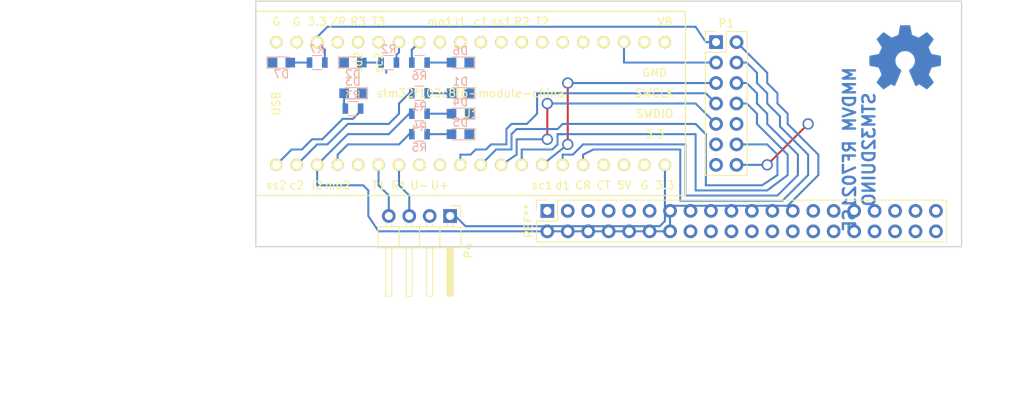
<source format=kicad_pcb>
(kicad_pcb (version 4) (host pcbnew 4.0.5)

  (general
    (links 40)
    (no_connects 13)
    (area 100.254999 44.374999 188.035001 75.005001)
    (thickness 1.6)
    (drawings 12)
    (tracks 183)
    (zones 0)
    (modules 19)
    (nets 47)
  )

  (page A4)
  (layers
    (0 F.Cu signal)
    (31 B.Cu signal)
    (32 B.Adhes user)
    (33 F.Adhes user)
    (34 B.Paste user)
    (35 F.Paste user)
    (36 B.SilkS user)
    (37 F.SilkS user)
    (38 B.Mask user)
    (39 F.Mask user)
    (40 Dwgs.User user)
    (41 Cmts.User user)
    (42 Eco1.User user)
    (43 Eco2.User user)
    (44 Edge.Cuts user)
    (45 Margin user)
    (46 B.CrtYd user)
    (47 F.CrtYd user)
    (48 B.Fab user)
    (49 F.Fab user)
  )

  (setup
    (last_trace_width 0.25)
    (trace_clearance 0.2)
    (zone_clearance 0.508)
    (zone_45_only no)
    (trace_min 0.2)
    (segment_width 0.2)
    (edge_width 0.15)
    (via_size 1.4)
    (via_drill 1)
    (via_min_size 0.4)
    (via_min_drill 0.3)
    (uvia_size 0.3)
    (uvia_drill 0.1)
    (uvias_allowed no)
    (uvia_min_size 0.2)
    (uvia_min_drill 0.1)
    (pcb_text_width 0.3)
    (pcb_text_size 1.5 1.5)
    (mod_edge_width 0.15)
    (mod_text_size 1 1)
    (mod_text_width 0.15)
    (pad_size 1.7 1.7)
    (pad_drill 1)
    (pad_to_mask_clearance 0.2)
    (aux_axis_origin 0 0)
    (visible_elements 7FFFFFFF)
    (pcbplotparams
      (layerselection 0x00030_80000001)
      (usegerberextensions false)
      (excludeedgelayer true)
      (linewidth 0.100000)
      (plotframeref false)
      (viasonmask false)
      (mode 1)
      (useauxorigin false)
      (hpglpennumber 1)
      (hpglpenspeed 20)
      (hpglpendiameter 15)
      (hpglpenoverlay 2)
      (psnegative false)
      (psa4output false)
      (plotreference true)
      (plotvalue true)
      (plotinvisibletext false)
      (padsonsilk false)
      (subtractmaskfromsilk false)
      (outputformat 1)
      (mirror false)
      (drillshape 1)
      (scaleselection 1)
      (outputdirectory ""))
  )

  (net 0 "")
  (net 1 GND)
  (net 2 SLE)
  (net 3 CE)
  (net 4 SREAD)
  (net 5 SDATA)
  (net 6 SCLK)
  (net 7 DATAOUT)
  (net 8 DATAIN)
  (net 9 CLKOUT)
  (net 10 PAC)
  (net 11 LEDDSTAR)
  (net 12 LEDDMR)
  (net 13 LED_COS)
  (net 14 LEDP25)
  (net 15 LEDYSF)
  (net 16 "Net-(D1-Pad2)")
  (net 17 "Net-(D2-Pad2)")
  (net 18 "Net-(D3-Pad2)")
  (net 19 "Net-(D4-Pad2)")
  (net 20 "Net-(D5-Pad2)")
  (net 21 "Net-(D6-Pad2)")
  (net 22 "Net-(D7-Pad2)")
  (net 23 +3V3)
  (net 24 "Net-(P2-Pad3)")
  (net 25 "Net-(P2-Pad4)")
  (net 26 "Net-(P1-Pad10)")
  (net 27 "Net-(P1-Pad11)")
  (net 28 DISP_RX)
  (net 29 DISP_TX)
  (net 30 HOST_RX)
  (net 31 HOST_TX)
  (net 32 "Net-(U1-Pad5)")
  (net 33 "Net-(U1-Pad8)")
  (net 34 "Net-(U1-Pad9)")
  (net 35 "Net-(U1-Pad17)")
  (net 36 "Net-(U1-Pad18)")
  (net 37 "Net-(U1-Pad21)")
  (net 38 "Net-(U1-Pad24)")
  (net 39 "Net-(U1-Pad25)")
  (net 40 "Net-(U1-Pad26)")
  (net 41 "Net-(U1-Pad29)")
  (net 42 "Net-(U1-Pad30)")
  (net 43 "Net-(U1-Pad31)")
  (net 44 "Net-(U1-Pad32)")
  (net 45 "Net-(U1-Pad37)")
  (net 46 "Net-(U1-Pad22)")

  (net_class Default "This is the default net class."
    (clearance 0.2)
    (trace_width 0.25)
    (via_dia 1.4)
    (via_drill 1)
    (uvia_dia 0.3)
    (uvia_drill 0.1)
    (add_net +3V3)
    (add_net CE)
    (add_net CLKOUT)
    (add_net DATAIN)
    (add_net DATAOUT)
    (add_net DISP_RX)
    (add_net DISP_TX)
    (add_net GND)
    (add_net HOST_RX)
    (add_net HOST_TX)
    (add_net LEDDMR)
    (add_net LEDDSTAR)
    (add_net LEDP25)
    (add_net LEDYSF)
    (add_net LED_COS)
    (add_net "Net-(D1-Pad2)")
    (add_net "Net-(D2-Pad2)")
    (add_net "Net-(D3-Pad2)")
    (add_net "Net-(D4-Pad2)")
    (add_net "Net-(D5-Pad2)")
    (add_net "Net-(D6-Pad2)")
    (add_net "Net-(D7-Pad2)")
    (add_net "Net-(P1-Pad10)")
    (add_net "Net-(P1-Pad11)")
    (add_net "Net-(P2-Pad3)")
    (add_net "Net-(P2-Pad4)")
    (add_net "Net-(U1-Pad17)")
    (add_net "Net-(U1-Pad18)")
    (add_net "Net-(U1-Pad21)")
    (add_net "Net-(U1-Pad22)")
    (add_net "Net-(U1-Pad24)")
    (add_net "Net-(U1-Pad25)")
    (add_net "Net-(U1-Pad26)")
    (add_net "Net-(U1-Pad29)")
    (add_net "Net-(U1-Pad30)")
    (add_net "Net-(U1-Pad31)")
    (add_net "Net-(U1-Pad32)")
    (add_net "Net-(U1-Pad37)")
    (add_net "Net-(U1-Pad5)")
    (add_net "Net-(U1-Pad8)")
    (add_net "Net-(U1-Pad9)")
    (add_net PAC)
    (add_net SCLK)
    (add_net SDATA)
    (add_net SLE)
    (add_net SREAD)
  )

  (module myelin-kicad:stm32f103c8t6-module-china (layer F.Cu) (tedit 5712CDA9) (tstamp 58D66907)
    (at 127 57.15)
    (path /58D6665F)
    (fp_text reference U1 (at 0 1.27) (layer F.SilkS)
      (effects (font (size 1 1) (thickness 0.15)))
    )
    (fp_text value stm32f103c8t6-module-china (at 0 -1.27) (layer F.SilkS)
      (effects (font (size 1 1) (thickness 0.15)))
    )
    (fp_text user sc2 (at -11.43 -5.08 90) (layer F.SilkS)
      (effects (font (size 1 1) (thickness 0.15)))
    )
    (fp_text user sd2 (at -13.97 -5.08 90) (layer F.SilkS)
      (effects (font (size 1 1) (thickness 0.15)))
    )
    (fp_text user mo2 (at -16.51 10.16) (layer F.SilkS)
      (effects (font (size 1 1) (thickness 0.15)))
    )
    (fp_text user i2 (at -19.05 10.16) (layer F.SilkS)
      (effects (font (size 1 1) (thickness 0.15)))
    )
    (fp_text user c2 (at -21.59 10.16) (layer F.SilkS)
      (effects (font (size 1 1) (thickness 0.15)))
    )
    (fp_text user ss2 (at -24.13 10.16) (layer F.SilkS)
      (effects (font (size 1 1) (thickness 0.15)))
    )
    (fp_text user d1 (at 11.43 10.16) (layer F.SilkS)
      (effects (font (size 1 1) (thickness 0.15)))
    )
    (fp_text user sc1 (at 8.89 10.16) (layer F.SilkS)
      (effects (font (size 1 1) (thickness 0.15)))
    )
    (fp_text user T2 (at 8.89 -10.16) (layer F.SilkS)
      (effects (font (size 1 1) (thickness 0.15)))
    )
    (fp_text user R2 (at 6.35 -10.16) (layer F.SilkS)
      (effects (font (size 1 1) (thickness 0.15)))
    )
    (fp_text user ss1 (at 3.81 -10.16) (layer F.SilkS)
      (effects (font (size 1 1) (thickness 0.15)))
    )
    (fp_text user c1 (at 1.27 -10.16) (layer F.SilkS)
      (effects (font (size 1 1) (thickness 0.15)))
    )
    (fp_text user i1 (at -1.27 -10.16) (layer F.SilkS)
      (effects (font (size 1 1) (thickness 0.15)))
    )
    (fp_text user mo1 (at -3.81 -10.16) (layer F.SilkS)
      (effects (font (size 1 1) (thickness 0.15)))
    )
    (fp_text user T3 (at -11.43 -10.16) (layer F.SilkS)
      (effects (font (size 1 1) (thickness 0.15)))
    )
    (fp_text user R3 (at -13.97 -10.16) (layer F.SilkS)
      (effects (font (size 1 1) (thickness 0.15)))
    )
    (fp_text user CT (at 16.51 10.16) (layer F.SilkS)
      (effects (font (size 1 1) (thickness 0.15)))
    )
    (fp_text user CR (at 13.97 10.16) (layer F.SilkS)
      (effects (font (size 1 1) (thickness 0.15)))
    )
    (fp_text user U+ (at -3.81 10.16) (layer F.SilkS)
      (effects (font (size 1 1) (thickness 0.15)))
    )
    (fp_text user U- (at -6.35 10.16) (layer F.SilkS)
      (effects (font (size 1 1) (thickness 0.15)))
    )
    (fp_text user R1 (at -8.89 10.16) (layer F.SilkS)
      (effects (font (size 1 1) (thickness 0.15)))
    )
    (fp_text user T1 (at -11.43 10.16) (layer F.SilkS)
      (effects (font (size 1 1) (thickness 0.15)))
    )
    (fp_text user 3.3 (at 22.86 3.81) (layer F.SilkS)
      (effects (font (size 1 1) (thickness 0.15)))
    )
    (fp_text user SWDIO (at 22.86 1.27) (layer F.SilkS)
      (effects (font (size 1 1) (thickness 0.15)))
    )
    (fp_text user SWCLK (at 22.86 -1.27) (layer F.SilkS)
      (effects (font (size 1 1) (thickness 0.15)))
    )
    (fp_text user GND (at 22.86 -3.81) (layer F.SilkS)
      (effects (font (size 1 1) (thickness 0.15)))
    )
    (fp_text user 3.3 (at 24.13 10.16) (layer F.SilkS)
      (effects (font (size 1 1) (thickness 0.15)))
    )
    (fp_text user G (at 21.59 10.16) (layer F.SilkS)
      (effects (font (size 1 1) (thickness 0.15)))
    )
    (fp_text user /R (at -16.51 -10.16) (layer F.SilkS)
      (effects (font (size 1 1) (thickness 0.15)))
    )
    (fp_text user 3.3 (at -19.05 -10.16) (layer F.SilkS)
      (effects (font (size 1 1) (thickness 0.15)))
    )
    (fp_text user G (at -21.59 -10.16) (layer F.SilkS)
      (effects (font (size 1 1) (thickness 0.15)))
    )
    (fp_text user G (at -24.13 -10.16) (layer F.SilkS)
      (effects (font (size 1 1) (thickness 0.15)))
    )
    (fp_text user VB (at 24.13 -10.16) (layer F.SilkS)
      (effects (font (size 1 1) (thickness 0.15)))
    )
    (fp_text user 5V (at 19.05 10.16) (layer F.SilkS)
      (effects (font (size 1 1) (thickness 0.15)))
    )
    (fp_text user USB (at -24.13 0 90) (layer F.SilkS)
      (effects (font (size 1 1) (thickness 0.15)))
    )
    (fp_line (start -26.67 11.43) (end 26.67 11.43) (layer F.SilkS) (width 0.15))
    (fp_line (start 26.67 -11.43) (end -26.67 -11.43) (layer F.SilkS) (width 0.15))
    (fp_line (start 26.67 11.43) (end 26.67 -11.43) (layer F.SilkS) (width 0.15))
    (fp_line (start -26.67 -11.43) (end -26.67 11.43) (layer F.SilkS) (width 0.15))
    (pad 1 thru_hole circle (at -24.13 7.62) (size 1.524 1.524) (drill 1.016) (layers *.Cu *.Mask F.SilkS)
      (net 11 LEDDSTAR))
    (pad 2 thru_hole circle (at -21.59 7.62) (size 1.524 1.524) (drill 1.016) (layers *.Cu *.Mask F.SilkS)
      (net 12 LEDDMR))
    (pad 3 thru_hole circle (at -19.05 7.62) (size 1.524 1.524) (drill 1.016) (layers *.Cu *.Mask F.SilkS)
      (net 10 PAC))
    (pad 4 thru_hole circle (at -16.51 7.62) (size 1.524 1.524) (drill 1.016) (layers *.Cu *.Mask F.SilkS)
      (net 13 LED_COS))
    (pad 5 thru_hole circle (at -13.97 7.62) (size 1.524 1.524) (drill 1.016) (layers *.Cu *.Mask F.SilkS)
      (net 32 "Net-(U1-Pad5)"))
    (pad 6 thru_hole circle (at -11.43 7.62) (size 1.524 1.524) (drill 1.016) (layers *.Cu *.Mask F.SilkS)
      (net 31 HOST_TX))
    (pad 7 thru_hole circle (at -8.89 7.62) (size 1.524 1.524) (drill 1.016) (layers *.Cu *.Mask F.SilkS)
      (net 30 HOST_RX))
    (pad 8 thru_hole circle (at -6.35 7.62) (size 1.524 1.524) (drill 1.016) (layers *.Cu *.Mask F.SilkS)
      (net 33 "Net-(U1-Pad8)"))
    (pad 9 thru_hole circle (at -3.81 7.62) (size 1.524 1.524) (drill 1.016) (layers *.Cu *.Mask F.SilkS)
      (net 34 "Net-(U1-Pad9)"))
    (pad 10 thru_hole circle (at -1.27 7.62) (size 1.524 1.524) (drill 1.016) (layers *.Cu *.Mask F.SilkS)
      (net 9 CLKOUT))
    (pad 11 thru_hole circle (at 1.27 7.62) (size 1.524 1.524) (drill 1.016) (layers *.Cu *.Mask F.SilkS)
      (net 8 DATAIN))
    (pad 12 thru_hole circle (at 3.81 7.62) (size 1.524 1.524) (drill 1.016) (layers *.Cu *.Mask F.SilkS)
      (net 7 DATAOUT))
    (pad 13 thru_hole circle (at 6.35 7.62) (size 1.524 1.524) (drill 1.016) (layers *.Cu *.Mask F.SilkS)
      (net 6 SCLK))
    (pad 14 thru_hole circle (at 8.89 7.62) (size 1.524 1.524) (drill 1.016) (layers *.Cu *.Mask F.SilkS)
      (net 5 SDATA))
    (pad 15 thru_hole circle (at 11.43 7.62) (size 1.524 1.524) (drill 1.016) (layers *.Cu *.Mask F.SilkS)
      (net 4 SREAD))
    (pad 16 thru_hole circle (at 13.97 7.62) (size 1.524 1.524) (drill 1.016) (layers *.Cu *.Mask F.SilkS)
      (net 2 SLE))
    (pad 17 thru_hole circle (at 16.51 7.62) (size 1.524 1.524) (drill 1.016) (layers *.Cu *.Mask F.SilkS)
      (net 35 "Net-(U1-Pad17)"))
    (pad 18 thru_hole circle (at 19.05 7.62) (size 1.524 1.524) (drill 1.016) (layers *.Cu *.Mask F.SilkS)
      (net 36 "Net-(U1-Pad18)"))
    (pad 19 thru_hole circle (at 21.59 7.62) (size 1.524 1.524) (drill 1.016) (layers *.Cu *.Mask F.SilkS)
      (net 1 GND))
    (pad 20 thru_hole circle (at 24.13 7.62) (size 1.524 1.524) (drill 1.016) (layers *.Cu *.Mask F.SilkS)
      (net 23 +3V3))
    (pad 21 thru_hole circle (at 24.13 -7.62) (size 1.524 1.524) (drill 1.016) (layers *.Cu *.Mask F.SilkS)
      (net 37 "Net-(U1-Pad21)"))
    (pad 22 thru_hole circle (at 21.59 -7.62) (size 1.524 1.524) (drill 1.016) (layers *.Cu *.Mask F.SilkS)
      (net 46 "Net-(U1-Pad22)"))
    (pad 23 thru_hole circle (at 19.05 -7.62) (size 1.524 1.524) (drill 1.016) (layers *.Cu *.Mask F.SilkS)
      (net 3 CE))
    (pad 24 thru_hole circle (at 16.51 -7.62) (size 1.524 1.524) (drill 1.016) (layers *.Cu *.Mask F.SilkS)
      (net 38 "Net-(U1-Pad24)"))
    (pad 25 thru_hole circle (at 13.97 -7.62) (size 1.524 1.524) (drill 1.016) (layers *.Cu *.Mask F.SilkS)
      (net 39 "Net-(U1-Pad25)"))
    (pad 26 thru_hole circle (at 11.43 -7.62) (size 1.524 1.524) (drill 1.016) (layers *.Cu *.Mask F.SilkS)
      (net 40 "Net-(U1-Pad26)"))
    (pad 27 thru_hole circle (at 8.89 -7.62) (size 1.524 1.524) (drill 1.016) (layers *.Cu *.Mask F.SilkS)
      (net 29 DISP_TX))
    (pad 28 thru_hole circle (at 6.35 -7.62) (size 1.524 1.524) (drill 1.016) (layers *.Cu *.Mask F.SilkS)
      (net 28 DISP_RX))
    (pad 29 thru_hole circle (at 3.81 -7.62) (size 1.524 1.524) (drill 1.016) (layers *.Cu *.Mask F.SilkS)
      (net 41 "Net-(U1-Pad29)"))
    (pad 30 thru_hole circle (at 1.27 -7.62) (size 1.524 1.524) (drill 1.016) (layers *.Cu *.Mask F.SilkS)
      (net 42 "Net-(U1-Pad30)"))
    (pad 31 thru_hole circle (at -1.27 -7.62) (size 1.524 1.524) (drill 1.016) (layers *.Cu *.Mask F.SilkS)
      (net 43 "Net-(U1-Pad31)"))
    (pad 32 thru_hole circle (at -3.81 -7.62) (size 1.524 1.524) (drill 1.016) (layers *.Cu *.Mask F.SilkS)
      (net 44 "Net-(U1-Pad32)"))
    (pad 33 thru_hole circle (at -6.35 -7.62) (size 1.524 1.524) (drill 1.016) (layers *.Cu *.Mask F.SilkS)
      (net 14 LEDP25))
    (pad 34 thru_hole circle (at -8.89 -7.62) (size 1.524 1.524) (drill 1.016) (layers *.Cu *.Mask F.SilkS)
      (net 15 LEDYSF))
    (pad 35 thru_hole circle (at -11.43 -7.62) (size 1.524 1.524) (drill 1.016) (layers *.Cu *.Mask F.SilkS)
      (net 24 "Net-(P2-Pad3)"))
    (pad 36 thru_hole circle (at -13.97 -7.62) (size 1.524 1.524) (drill 1.016) (layers *.Cu *.Mask F.SilkS)
      (net 25 "Net-(P2-Pad4)"))
    (pad 37 thru_hole circle (at -16.51 -7.62) (size 1.524 1.524) (drill 1.016) (layers *.Cu *.Mask F.SilkS)
      (net 45 "Net-(U1-Pad37)"))
    (pad 38 thru_hole circle (at -19.05 -7.62) (size 1.524 1.524) (drill 1.016) (layers *.Cu *.Mask F.SilkS)
      (net 23 +3V3))
    (pad 39 thru_hole circle (at -21.59 -7.62) (size 1.524 1.524) (drill 1.016) (layers *.Cu *.Mask F.SilkS)
      (net 1 GND))
    (pad 40 thru_hole circle (at -24.13 -7.62) (size 1.524 1.524) (drill 1.016) (layers *.Cu *.Mask F.SilkS)
      (net 1 GND))
  )

  (module Pin_Headers:Pin_Header_Straight_2x07_Pitch2.54mm (layer F.Cu) (tedit 58CD4EC5) (tstamp 58D6785D)
    (at 157.48 49.53)
    (descr "Through hole straight pin header, 2x07, 2.54mm pitch, double rows")
    (tags "Through hole pin header THT 2x07 2.54mm double row")
    (path /58D673D0)
    (fp_text reference P1 (at 1.27 -2.33) (layer F.SilkS)
      (effects (font (size 1 1) (thickness 0.15)))
    )
    (fp_text value RF7021SE (at 1.27 17.57) (layer F.Fab)
      (effects (font (size 1 1) (thickness 0.15)))
    )
    (fp_line (start -1.27 -1.27) (end -1.27 16.51) (layer F.Fab) (width 0.1))
    (fp_line (start -1.27 16.51) (end 3.81 16.51) (layer F.Fab) (width 0.1))
    (fp_line (start 3.81 16.51) (end 3.81 -1.27) (layer F.Fab) (width 0.1))
    (fp_line (start 3.81 -1.27) (end -1.27 -1.27) (layer F.Fab) (width 0.1))
    (fp_line (start -1.33 1.27) (end -1.33 16.57) (layer F.SilkS) (width 0.12))
    (fp_line (start -1.33 16.57) (end 3.87 16.57) (layer F.SilkS) (width 0.12))
    (fp_line (start 3.87 16.57) (end 3.87 -1.33) (layer F.SilkS) (width 0.12))
    (fp_line (start 3.87 -1.33) (end 1.27 -1.33) (layer F.SilkS) (width 0.12))
    (fp_line (start 1.27 -1.33) (end 1.27 1.27) (layer F.SilkS) (width 0.12))
    (fp_line (start 1.27 1.27) (end -1.33 1.27) (layer F.SilkS) (width 0.12))
    (fp_line (start -1.33 0) (end -1.33 -1.33) (layer F.SilkS) (width 0.12))
    (fp_line (start -1.33 -1.33) (end 0 -1.33) (layer F.SilkS) (width 0.12))
    (fp_line (start -1.8 -1.8) (end -1.8 17.05) (layer F.CrtYd) (width 0.05))
    (fp_line (start -1.8 17.05) (end 4.35 17.05) (layer F.CrtYd) (width 0.05))
    (fp_line (start 4.35 17.05) (end 4.35 -1.8) (layer F.CrtYd) (width 0.05))
    (fp_line (start 4.35 -1.8) (end -1.8 -1.8) (layer F.CrtYd) (width 0.05))
    (fp_text user %R (at 1.27 -2.33) (layer F.Fab)
      (effects (font (size 1 1) (thickness 0.15)))
    )
    (pad 1 thru_hole rect (at 0 0) (size 1.7 1.7) (drill 1) (layers *.Cu *.Mask)
      (net 23 +3V3))
    (pad 2 thru_hole oval (at 2.54 0) (size 1.7 1.7) (drill 1) (layers *.Cu *.Mask)
      (net 10 PAC))
    (pad 3 thru_hole oval (at 0 2.54) (size 1.7 1.7) (drill 1) (layers *.Cu *.Mask)
      (net 3 CE))
    (pad 4 thru_hole oval (at 2.54 2.54) (size 1.7 1.7) (drill 1) (layers *.Cu *.Mask)
      (net 2 SLE))
    (pad 5 thru_hole oval (at 0 5.08) (size 1.7 1.7) (drill 1) (layers *.Cu *.Mask)
      (net 5 SDATA))
    (pad 6 thru_hole oval (at 2.54 5.08) (size 1.7 1.7) (drill 1) (layers *.Cu *.Mask)
      (net 4 SREAD))
    (pad 7 thru_hole oval (at 0 7.62) (size 1.7 1.7) (drill 1) (layers *.Cu *.Mask)
      (net 9 CLKOUT))
    (pad 8 thru_hole oval (at 2.54 7.62) (size 1.7 1.7) (drill 1) (layers *.Cu *.Mask)
      (net 6 SCLK))
    (pad 9 thru_hole oval (at 0 10.16) (size 1.7 1.7) (drill 1) (layers *.Cu *.Mask)
      (net 7 DATAOUT))
    (pad 10 thru_hole oval (at 2.54 10.16) (size 1.7 1.7) (drill 1) (layers *.Cu *.Mask)
      (net 26 "Net-(P1-Pad10)"))
    (pad 11 thru_hole oval (at 0 12.7) (size 1.7 1.7) (drill 1) (layers *.Cu *.Mask)
      (net 27 "Net-(P1-Pad11)"))
    (pad 12 thru_hole oval (at 2.54 12.7) (size 1.7 1.7) (drill 1) (layers *.Cu *.Mask)
      (net 8 DATAIN))
    (pad 13 thru_hole oval (at 0 15.24) (size 1.7 1.7) (drill 1) (layers *.Cu *.Mask)
      (net 1 GND))
    (pad 14 thru_hole oval (at 2.54 15.24) (size 1.7 1.7) (drill 1) (layers *.Cu *.Mask)
      (net 1 GND))
    (model ${KISYS3DMOD}/Pin_Headers.3dshapes/Pin_Header_Straight_2x07_Pitch2.54mm.wrl
      (at (xyz 0.05 -0.3 0))
      (scale (xyz 1 1 1))
      (rotate (xyz 0 0 90))
    )
  )

  (module LEDs:LED_0805 (layer B.Cu) (tedit 57FE93EC) (tstamp 58D67F31)
    (at 125.73 55.88 180)
    (descr "LED 0805 smd package")
    (tags "LED led 0805 SMD smd SMT smt smdled SMDLED smtled SMTLED")
    (path /58D67E80)
    (attr smd)
    (fp_text reference D1 (at 0 1.45 180) (layer B.SilkS)
      (effects (font (size 1 1) (thickness 0.15)) (justify mirror))
    )
    (fp_text value LED (at 0 -1.55 180) (layer B.Fab)
      (effects (font (size 1 1) (thickness 0.15)) (justify mirror))
    )
    (fp_line (start -1.8 0.7) (end -1.8 -0.7) (layer B.SilkS) (width 0.12))
    (fp_line (start -0.4 0.4) (end -0.4 -0.4) (layer B.Fab) (width 0.1))
    (fp_line (start -0.4 0) (end 0.2 0.4) (layer B.Fab) (width 0.1))
    (fp_line (start 0.2 -0.4) (end -0.4 0) (layer B.Fab) (width 0.1))
    (fp_line (start 0.2 0.4) (end 0.2 -0.4) (layer B.Fab) (width 0.1))
    (fp_line (start 1 -0.6) (end -1 -0.6) (layer B.Fab) (width 0.1))
    (fp_line (start 1 0.6) (end 1 -0.6) (layer B.Fab) (width 0.1))
    (fp_line (start -1 0.6) (end 1 0.6) (layer B.Fab) (width 0.1))
    (fp_line (start -1 -0.6) (end -1 0.6) (layer B.Fab) (width 0.1))
    (fp_line (start -1.8 -0.7) (end 1 -0.7) (layer B.SilkS) (width 0.12))
    (fp_line (start -1.8 0.7) (end 1 0.7) (layer B.SilkS) (width 0.12))
    (fp_line (start 1.95 0.85) (end 1.95 -0.85) (layer B.CrtYd) (width 0.05))
    (fp_line (start 1.95 -0.85) (end -1.95 -0.85) (layer B.CrtYd) (width 0.05))
    (fp_line (start -1.95 -0.85) (end -1.95 0.85) (layer B.CrtYd) (width 0.05))
    (fp_line (start -1.95 0.85) (end 1.95 0.85) (layer B.CrtYd) (width 0.05))
    (pad 2 smd rect (at 1.1 0) (size 1.2 1.2) (layers B.Cu B.Paste B.Mask)
      (net 16 "Net-(D1-Pad2)"))
    (pad 1 smd rect (at -1.1 0) (size 1.2 1.2) (layers B.Cu B.Paste B.Mask)
      (net 1 GND))
    (model LEDs.3dshapes/LED_0805.wrl
      (at (xyz 0 0 0))
      (scale (xyz 1 1 1))
      (rotate (xyz 0 0 180))
    )
  )

  (module LEDs:LED_0805 (layer B.Cu) (tedit 57FE93EC) (tstamp 58D67F37)
    (at 112.395 52.07)
    (descr "LED 0805 smd package")
    (tags "LED led 0805 SMD smd SMT smt smdled SMDLED smtled SMTLED")
    (path /58D680B5)
    (attr smd)
    (fp_text reference D2 (at 0 1.45) (layer B.SilkS)
      (effects (font (size 1 1) (thickness 0.15)) (justify mirror))
    )
    (fp_text value LED (at 0 -1.55) (layer B.Fab)
      (effects (font (size 1 1) (thickness 0.15)) (justify mirror))
    )
    (fp_line (start -1.8 0.7) (end -1.8 -0.7) (layer B.SilkS) (width 0.12))
    (fp_line (start -0.4 0.4) (end -0.4 -0.4) (layer B.Fab) (width 0.1))
    (fp_line (start -0.4 0) (end 0.2 0.4) (layer B.Fab) (width 0.1))
    (fp_line (start 0.2 -0.4) (end -0.4 0) (layer B.Fab) (width 0.1))
    (fp_line (start 0.2 0.4) (end 0.2 -0.4) (layer B.Fab) (width 0.1))
    (fp_line (start 1 -0.6) (end -1 -0.6) (layer B.Fab) (width 0.1))
    (fp_line (start 1 0.6) (end 1 -0.6) (layer B.Fab) (width 0.1))
    (fp_line (start -1 0.6) (end 1 0.6) (layer B.Fab) (width 0.1))
    (fp_line (start -1 -0.6) (end -1 0.6) (layer B.Fab) (width 0.1))
    (fp_line (start -1.8 -0.7) (end 1 -0.7) (layer B.SilkS) (width 0.12))
    (fp_line (start -1.8 0.7) (end 1 0.7) (layer B.SilkS) (width 0.12))
    (fp_line (start 1.95 0.85) (end 1.95 -0.85) (layer B.CrtYd) (width 0.05))
    (fp_line (start 1.95 -0.85) (end -1.95 -0.85) (layer B.CrtYd) (width 0.05))
    (fp_line (start -1.95 -0.85) (end -1.95 0.85) (layer B.CrtYd) (width 0.05))
    (fp_line (start -1.95 0.85) (end 1.95 0.85) (layer B.CrtYd) (width 0.05))
    (pad 2 smd rect (at 1.1 0 180) (size 1.2 1.2) (layers B.Cu B.Paste B.Mask)
      (net 17 "Net-(D2-Pad2)"))
    (pad 1 smd rect (at -1.1 0 180) (size 1.2 1.2) (layers B.Cu B.Paste B.Mask)
      (net 1 GND))
    (model LEDs.3dshapes/LED_0805.wrl
      (at (xyz 0 0 0))
      (scale (xyz 1 1 1))
      (rotate (xyz 0 0 180))
    )
  )

  (module LEDs:LED_0805 (layer B.Cu) (tedit 57FE93EC) (tstamp 58D67F3D)
    (at 112.395 55.88 180)
    (descr "LED 0805 smd package")
    (tags "LED led 0805 SMD smd SMT smt smdled SMDLED smtled SMTLED")
    (path /58D681A0)
    (attr smd)
    (fp_text reference D3 (at 0 1.45 180) (layer B.SilkS)
      (effects (font (size 1 1) (thickness 0.15)) (justify mirror))
    )
    (fp_text value LED (at 0 -1.55 180) (layer B.Fab)
      (effects (font (size 1 1) (thickness 0.15)) (justify mirror))
    )
    (fp_line (start -1.8 0.7) (end -1.8 -0.7) (layer B.SilkS) (width 0.12))
    (fp_line (start -0.4 0.4) (end -0.4 -0.4) (layer B.Fab) (width 0.1))
    (fp_line (start -0.4 0) (end 0.2 0.4) (layer B.Fab) (width 0.1))
    (fp_line (start 0.2 -0.4) (end -0.4 0) (layer B.Fab) (width 0.1))
    (fp_line (start 0.2 0.4) (end 0.2 -0.4) (layer B.Fab) (width 0.1))
    (fp_line (start 1 -0.6) (end -1 -0.6) (layer B.Fab) (width 0.1))
    (fp_line (start 1 0.6) (end 1 -0.6) (layer B.Fab) (width 0.1))
    (fp_line (start -1 0.6) (end 1 0.6) (layer B.Fab) (width 0.1))
    (fp_line (start -1 -0.6) (end -1 0.6) (layer B.Fab) (width 0.1))
    (fp_line (start -1.8 -0.7) (end 1 -0.7) (layer B.SilkS) (width 0.12))
    (fp_line (start -1.8 0.7) (end 1 0.7) (layer B.SilkS) (width 0.12))
    (fp_line (start 1.95 0.85) (end 1.95 -0.85) (layer B.CrtYd) (width 0.05))
    (fp_line (start 1.95 -0.85) (end -1.95 -0.85) (layer B.CrtYd) (width 0.05))
    (fp_line (start -1.95 -0.85) (end -1.95 0.85) (layer B.CrtYd) (width 0.05))
    (fp_line (start -1.95 0.85) (end 1.95 0.85) (layer B.CrtYd) (width 0.05))
    (pad 2 smd rect (at 1.1 0) (size 1.2 1.2) (layers B.Cu B.Paste B.Mask)
      (net 18 "Net-(D3-Pad2)"))
    (pad 1 smd rect (at -1.1 0) (size 1.2 1.2) (layers B.Cu B.Paste B.Mask)
      (net 1 GND))
    (model LEDs.3dshapes/LED_0805.wrl
      (at (xyz 0 0 0))
      (scale (xyz 1 1 1))
      (rotate (xyz 0 0 180))
    )
  )

  (module LEDs:LED_0805 (layer B.Cu) (tedit 57FE93EC) (tstamp 58D67F43)
    (at 125.73 58.42 180)
    (descr "LED 0805 smd package")
    (tags "LED led 0805 SMD smd SMT smt smdled SMDLED smtled SMTLED")
    (path /58D681B3)
    (attr smd)
    (fp_text reference D4 (at 0 1.45 180) (layer B.SilkS)
      (effects (font (size 1 1) (thickness 0.15)) (justify mirror))
    )
    (fp_text value LED (at 0 -1.55 180) (layer B.Fab)
      (effects (font (size 1 1) (thickness 0.15)) (justify mirror))
    )
    (fp_line (start -1.8 0.7) (end -1.8 -0.7) (layer B.SilkS) (width 0.12))
    (fp_line (start -0.4 0.4) (end -0.4 -0.4) (layer B.Fab) (width 0.1))
    (fp_line (start -0.4 0) (end 0.2 0.4) (layer B.Fab) (width 0.1))
    (fp_line (start 0.2 -0.4) (end -0.4 0) (layer B.Fab) (width 0.1))
    (fp_line (start 0.2 0.4) (end 0.2 -0.4) (layer B.Fab) (width 0.1))
    (fp_line (start 1 -0.6) (end -1 -0.6) (layer B.Fab) (width 0.1))
    (fp_line (start 1 0.6) (end 1 -0.6) (layer B.Fab) (width 0.1))
    (fp_line (start -1 0.6) (end 1 0.6) (layer B.Fab) (width 0.1))
    (fp_line (start -1 -0.6) (end -1 0.6) (layer B.Fab) (width 0.1))
    (fp_line (start -1.8 -0.7) (end 1 -0.7) (layer B.SilkS) (width 0.12))
    (fp_line (start -1.8 0.7) (end 1 0.7) (layer B.SilkS) (width 0.12))
    (fp_line (start 1.95 0.85) (end 1.95 -0.85) (layer B.CrtYd) (width 0.05))
    (fp_line (start 1.95 -0.85) (end -1.95 -0.85) (layer B.CrtYd) (width 0.05))
    (fp_line (start -1.95 -0.85) (end -1.95 0.85) (layer B.CrtYd) (width 0.05))
    (fp_line (start -1.95 0.85) (end 1.95 0.85) (layer B.CrtYd) (width 0.05))
    (pad 2 smd rect (at 1.1 0) (size 1.2 1.2) (layers B.Cu B.Paste B.Mask)
      (net 19 "Net-(D4-Pad2)"))
    (pad 1 smd rect (at -1.1 0) (size 1.2 1.2) (layers B.Cu B.Paste B.Mask)
      (net 1 GND))
    (model LEDs.3dshapes/LED_0805.wrl
      (at (xyz 0 0 0))
      (scale (xyz 1 1 1))
      (rotate (xyz 0 0 180))
    )
  )

  (module LEDs:LED_0805 (layer B.Cu) (tedit 57FE93EC) (tstamp 58D67F49)
    (at 125.73 60.96 180)
    (descr "LED 0805 smd package")
    (tags "LED led 0805 SMD smd SMT smt smdled SMDLED smtled SMTLED")
    (path /58D682B8)
    (attr smd)
    (fp_text reference D5 (at 0 1.45 180) (layer B.SilkS)
      (effects (font (size 1 1) (thickness 0.15)) (justify mirror))
    )
    (fp_text value LED (at 0 -1.55 180) (layer B.Fab)
      (effects (font (size 1 1) (thickness 0.15)) (justify mirror))
    )
    (fp_line (start -1.8 0.7) (end -1.8 -0.7) (layer B.SilkS) (width 0.12))
    (fp_line (start -0.4 0.4) (end -0.4 -0.4) (layer B.Fab) (width 0.1))
    (fp_line (start -0.4 0) (end 0.2 0.4) (layer B.Fab) (width 0.1))
    (fp_line (start 0.2 -0.4) (end -0.4 0) (layer B.Fab) (width 0.1))
    (fp_line (start 0.2 0.4) (end 0.2 -0.4) (layer B.Fab) (width 0.1))
    (fp_line (start 1 -0.6) (end -1 -0.6) (layer B.Fab) (width 0.1))
    (fp_line (start 1 0.6) (end 1 -0.6) (layer B.Fab) (width 0.1))
    (fp_line (start -1 0.6) (end 1 0.6) (layer B.Fab) (width 0.1))
    (fp_line (start -1 -0.6) (end -1 0.6) (layer B.Fab) (width 0.1))
    (fp_line (start -1.8 -0.7) (end 1 -0.7) (layer B.SilkS) (width 0.12))
    (fp_line (start -1.8 0.7) (end 1 0.7) (layer B.SilkS) (width 0.12))
    (fp_line (start 1.95 0.85) (end 1.95 -0.85) (layer B.CrtYd) (width 0.05))
    (fp_line (start 1.95 -0.85) (end -1.95 -0.85) (layer B.CrtYd) (width 0.05))
    (fp_line (start -1.95 -0.85) (end -1.95 0.85) (layer B.CrtYd) (width 0.05))
    (fp_line (start -1.95 0.85) (end 1.95 0.85) (layer B.CrtYd) (width 0.05))
    (pad 2 smd rect (at 1.1 0) (size 1.2 1.2) (layers B.Cu B.Paste B.Mask)
      (net 20 "Net-(D5-Pad2)"))
    (pad 1 smd rect (at -1.1 0) (size 1.2 1.2) (layers B.Cu B.Paste B.Mask)
      (net 1 GND))
    (model LEDs.3dshapes/LED_0805.wrl
      (at (xyz 0 0 0))
      (scale (xyz 1 1 1))
      (rotate (xyz 0 0 180))
    )
  )

  (module LEDs:LED_0805 (layer B.Cu) (tedit 57FE93EC) (tstamp 58D67F4F)
    (at 125.73 52.07 180)
    (descr "LED 0805 smd package")
    (tags "LED led 0805 SMD smd SMT smt smdled SMDLED smtled SMTLED")
    (path /58D682CB)
    (attr smd)
    (fp_text reference D6 (at 0 1.45 180) (layer B.SilkS)
      (effects (font (size 1 1) (thickness 0.15)) (justify mirror))
    )
    (fp_text value LED (at 0 -1.55 180) (layer B.Fab)
      (effects (font (size 1 1) (thickness 0.15)) (justify mirror))
    )
    (fp_line (start -1.8 0.7) (end -1.8 -0.7) (layer B.SilkS) (width 0.12))
    (fp_line (start -0.4 0.4) (end -0.4 -0.4) (layer B.Fab) (width 0.1))
    (fp_line (start -0.4 0) (end 0.2 0.4) (layer B.Fab) (width 0.1))
    (fp_line (start 0.2 -0.4) (end -0.4 0) (layer B.Fab) (width 0.1))
    (fp_line (start 0.2 0.4) (end 0.2 -0.4) (layer B.Fab) (width 0.1))
    (fp_line (start 1 -0.6) (end -1 -0.6) (layer B.Fab) (width 0.1))
    (fp_line (start 1 0.6) (end 1 -0.6) (layer B.Fab) (width 0.1))
    (fp_line (start -1 0.6) (end 1 0.6) (layer B.Fab) (width 0.1))
    (fp_line (start -1 -0.6) (end -1 0.6) (layer B.Fab) (width 0.1))
    (fp_line (start -1.8 -0.7) (end 1 -0.7) (layer B.SilkS) (width 0.12))
    (fp_line (start -1.8 0.7) (end 1 0.7) (layer B.SilkS) (width 0.12))
    (fp_line (start 1.95 0.85) (end 1.95 -0.85) (layer B.CrtYd) (width 0.05))
    (fp_line (start 1.95 -0.85) (end -1.95 -0.85) (layer B.CrtYd) (width 0.05))
    (fp_line (start -1.95 -0.85) (end -1.95 0.85) (layer B.CrtYd) (width 0.05))
    (fp_line (start -1.95 0.85) (end 1.95 0.85) (layer B.CrtYd) (width 0.05))
    (pad 2 smd rect (at 1.1 0) (size 1.2 1.2) (layers B.Cu B.Paste B.Mask)
      (net 21 "Net-(D6-Pad2)"))
    (pad 1 smd rect (at -1.1 0) (size 1.2 1.2) (layers B.Cu B.Paste B.Mask)
      (net 1 GND))
    (model LEDs.3dshapes/LED_0805.wrl
      (at (xyz 0 0 0))
      (scale (xyz 1 1 1))
      (rotate (xyz 0 0 180))
    )
  )

  (module LEDs:LED_0805 (layer B.Cu) (tedit 57FE93EC) (tstamp 58D67F55)
    (at 103.505 52.07)
    (descr "LED 0805 smd package")
    (tags "LED led 0805 SMD smd SMT smt smdled SMDLED smtled SMTLED")
    (path /58D682DE)
    (attr smd)
    (fp_text reference D7 (at 0 1.45) (layer B.SilkS)
      (effects (font (size 1 1) (thickness 0.15)) (justify mirror))
    )
    (fp_text value LED (at 0 -1.55) (layer B.Fab)
      (effects (font (size 1 1) (thickness 0.15)) (justify mirror))
    )
    (fp_line (start -1.8 0.7) (end -1.8 -0.7) (layer B.SilkS) (width 0.12))
    (fp_line (start -0.4 0.4) (end -0.4 -0.4) (layer B.Fab) (width 0.1))
    (fp_line (start -0.4 0) (end 0.2 0.4) (layer B.Fab) (width 0.1))
    (fp_line (start 0.2 -0.4) (end -0.4 0) (layer B.Fab) (width 0.1))
    (fp_line (start 0.2 0.4) (end 0.2 -0.4) (layer B.Fab) (width 0.1))
    (fp_line (start 1 -0.6) (end -1 -0.6) (layer B.Fab) (width 0.1))
    (fp_line (start 1 0.6) (end 1 -0.6) (layer B.Fab) (width 0.1))
    (fp_line (start -1 0.6) (end 1 0.6) (layer B.Fab) (width 0.1))
    (fp_line (start -1 -0.6) (end -1 0.6) (layer B.Fab) (width 0.1))
    (fp_line (start -1.8 -0.7) (end 1 -0.7) (layer B.SilkS) (width 0.12))
    (fp_line (start -1.8 0.7) (end 1 0.7) (layer B.SilkS) (width 0.12))
    (fp_line (start 1.95 0.85) (end 1.95 -0.85) (layer B.CrtYd) (width 0.05))
    (fp_line (start 1.95 -0.85) (end -1.95 -0.85) (layer B.CrtYd) (width 0.05))
    (fp_line (start -1.95 -0.85) (end -1.95 0.85) (layer B.CrtYd) (width 0.05))
    (fp_line (start -1.95 0.85) (end 1.95 0.85) (layer B.CrtYd) (width 0.05))
    (pad 2 smd rect (at 1.1 0 180) (size 1.2 1.2) (layers B.Cu B.Paste B.Mask)
      (net 22 "Net-(D7-Pad2)"))
    (pad 1 smd rect (at -1.1 0 180) (size 1.2 1.2) (layers B.Cu B.Paste B.Mask)
      (net 1 GND))
    (model LEDs.3dshapes/LED_0805.wrl
      (at (xyz 0 0 0))
      (scale (xyz 1 1 1))
      (rotate (xyz 0 0 180))
    )
  )

  (module Resistors_SMD:R_0805 (layer B.Cu) (tedit 58AADA8F) (tstamp 58D67F5B)
    (at 120.65 55.88)
    (descr "Resistor SMD 0805, reflow soldering, Vishay (see dcrcw.pdf)")
    (tags "resistor 0805")
    (path /58D67D08)
    (attr smd)
    (fp_text reference R1 (at 0 1.65) (layer B.SilkS)
      (effects (font (size 1 1) (thickness 0.15)) (justify mirror))
    )
    (fp_text value 1K5 (at 0 -1.75) (layer B.Fab)
      (effects (font (size 1 1) (thickness 0.15)) (justify mirror))
    )
    (fp_text user %R (at 0 1.65) (layer B.Fab)
      (effects (font (size 1 1) (thickness 0.15)) (justify mirror))
    )
    (fp_line (start -1 -0.62) (end -1 0.62) (layer B.Fab) (width 0.1))
    (fp_line (start 1 -0.62) (end -1 -0.62) (layer B.Fab) (width 0.1))
    (fp_line (start 1 0.62) (end 1 -0.62) (layer B.Fab) (width 0.1))
    (fp_line (start -1 0.62) (end 1 0.62) (layer B.Fab) (width 0.1))
    (fp_line (start 0.6 -0.88) (end -0.6 -0.88) (layer B.SilkS) (width 0.12))
    (fp_line (start -0.6 0.88) (end 0.6 0.88) (layer B.SilkS) (width 0.12))
    (fp_line (start -1.55 0.9) (end 1.55 0.9) (layer B.CrtYd) (width 0.05))
    (fp_line (start -1.55 0.9) (end -1.55 -0.9) (layer B.CrtYd) (width 0.05))
    (fp_line (start 1.55 -0.9) (end 1.55 0.9) (layer B.CrtYd) (width 0.05))
    (fp_line (start 1.55 -0.9) (end -1.55 -0.9) (layer B.CrtYd) (width 0.05))
    (pad 1 smd rect (at -0.95 0) (size 0.7 1.3) (layers B.Cu B.Paste B.Mask)
      (net 12 LEDDMR))
    (pad 2 smd rect (at 0.95 0) (size 0.7 1.3) (layers B.Cu B.Paste B.Mask)
      (net 16 "Net-(D1-Pad2)"))
    (model Resistors_SMD.3dshapes/R_0805.wrl
      (at (xyz 0 0 0))
      (scale (xyz 1 1 1))
      (rotate (xyz 0 0 0))
    )
  )

  (module Resistors_SMD:R_0805 (layer B.Cu) (tedit 58AADA8F) (tstamp 58D67F61)
    (at 116.84 52.07 180)
    (descr "Resistor SMD 0805, reflow soldering, Vishay (see dcrcw.pdf)")
    (tags "resistor 0805")
    (path /58D680AF)
    (attr smd)
    (fp_text reference R2 (at 0 1.65 180) (layer B.SilkS)
      (effects (font (size 1 1) (thickness 0.15)) (justify mirror))
    )
    (fp_text value 1K5 (at 0 -1.75 180) (layer B.Fab)
      (effects (font (size 1 1) (thickness 0.15)) (justify mirror))
    )
    (fp_text user %R (at 0 1.65 180) (layer B.Fab)
      (effects (font (size 1 1) (thickness 0.15)) (justify mirror))
    )
    (fp_line (start -1 -0.62) (end -1 0.62) (layer B.Fab) (width 0.1))
    (fp_line (start 1 -0.62) (end -1 -0.62) (layer B.Fab) (width 0.1))
    (fp_line (start 1 0.62) (end 1 -0.62) (layer B.Fab) (width 0.1))
    (fp_line (start -1 0.62) (end 1 0.62) (layer B.Fab) (width 0.1))
    (fp_line (start 0.6 -0.88) (end -0.6 -0.88) (layer B.SilkS) (width 0.12))
    (fp_line (start -0.6 0.88) (end 0.6 0.88) (layer B.SilkS) (width 0.12))
    (fp_line (start -1.55 0.9) (end 1.55 0.9) (layer B.CrtYd) (width 0.05))
    (fp_line (start -1.55 0.9) (end -1.55 -0.9) (layer B.CrtYd) (width 0.05))
    (fp_line (start 1.55 -0.9) (end 1.55 0.9) (layer B.CrtYd) (width 0.05))
    (fp_line (start 1.55 -0.9) (end -1.55 -0.9) (layer B.CrtYd) (width 0.05))
    (pad 1 smd rect (at -0.95 0 180) (size 0.7 1.3) (layers B.Cu B.Paste B.Mask)
      (net 15 LEDYSF))
    (pad 2 smd rect (at 0.95 0 180) (size 0.7 1.3) (layers B.Cu B.Paste B.Mask)
      (net 17 "Net-(D2-Pad2)"))
    (model Resistors_SMD.3dshapes/R_0805.wrl
      (at (xyz 0 0 0))
      (scale (xyz 1 1 1))
      (rotate (xyz 0 0 0))
    )
  )

  (module Resistors_SMD:R_0805 (layer B.Cu) (tedit 58AADA8F) (tstamp 58D67F67)
    (at 112.395 57.785 180)
    (descr "Resistor SMD 0805, reflow soldering, Vishay (see dcrcw.pdf)")
    (tags "resistor 0805")
    (path /58D6819A)
    (attr smd)
    (fp_text reference R3 (at 0 1.65 180) (layer B.SilkS)
      (effects (font (size 1 1) (thickness 0.15)) (justify mirror))
    )
    (fp_text value 1K5 (at 0 -1.75 180) (layer B.Fab)
      (effects (font (size 1 1) (thickness 0.15)) (justify mirror))
    )
    (fp_text user %R (at 0 1.65 180) (layer B.Fab)
      (effects (font (size 1 1) (thickness 0.15)) (justify mirror))
    )
    (fp_line (start -1 -0.62) (end -1 0.62) (layer B.Fab) (width 0.1))
    (fp_line (start 1 -0.62) (end -1 -0.62) (layer B.Fab) (width 0.1))
    (fp_line (start 1 0.62) (end 1 -0.62) (layer B.Fab) (width 0.1))
    (fp_line (start -1 0.62) (end 1 0.62) (layer B.Fab) (width 0.1))
    (fp_line (start 0.6 -0.88) (end -0.6 -0.88) (layer B.SilkS) (width 0.12))
    (fp_line (start -0.6 0.88) (end 0.6 0.88) (layer B.SilkS) (width 0.12))
    (fp_line (start -1.55 0.9) (end 1.55 0.9) (layer B.CrtYd) (width 0.05))
    (fp_line (start -1.55 0.9) (end -1.55 -0.9) (layer B.CrtYd) (width 0.05))
    (fp_line (start 1.55 -0.9) (end 1.55 0.9) (layer B.CrtYd) (width 0.05))
    (fp_line (start 1.55 -0.9) (end -1.55 -0.9) (layer B.CrtYd) (width 0.05))
    (pad 1 smd rect (at -0.95 0 180) (size 0.7 1.3) (layers B.Cu B.Paste B.Mask)
      (net 11 LEDDSTAR))
    (pad 2 smd rect (at 0.95 0 180) (size 0.7 1.3) (layers B.Cu B.Paste B.Mask)
      (net 18 "Net-(D3-Pad2)"))
    (model Resistors_SMD.3dshapes/R_0805.wrl
      (at (xyz 0 0 0))
      (scale (xyz 1 1 1))
      (rotate (xyz 0 0 0))
    )
  )

  (module Resistors_SMD:R_0805 (layer B.Cu) (tedit 58AADA8F) (tstamp 58D67F6D)
    (at 120.65 58.42)
    (descr "Resistor SMD 0805, reflow soldering, Vishay (see dcrcw.pdf)")
    (tags "resistor 0805")
    (path /58D681AD)
    (attr smd)
    (fp_text reference R4 (at 0 1.65) (layer B.SilkS)
      (effects (font (size 1 1) (thickness 0.15)) (justify mirror))
    )
    (fp_text value 1K5 (at 0 -1.75) (layer B.Fab)
      (effects (font (size 1 1) (thickness 0.15)) (justify mirror))
    )
    (fp_text user %R (at 0 1.65) (layer B.Fab)
      (effects (font (size 1 1) (thickness 0.15)) (justify mirror))
    )
    (fp_line (start -1 -0.62) (end -1 0.62) (layer B.Fab) (width 0.1))
    (fp_line (start 1 -0.62) (end -1 -0.62) (layer B.Fab) (width 0.1))
    (fp_line (start 1 0.62) (end 1 -0.62) (layer B.Fab) (width 0.1))
    (fp_line (start -1 0.62) (end 1 0.62) (layer B.Fab) (width 0.1))
    (fp_line (start 0.6 -0.88) (end -0.6 -0.88) (layer B.SilkS) (width 0.12))
    (fp_line (start -0.6 0.88) (end 0.6 0.88) (layer B.SilkS) (width 0.12))
    (fp_line (start -1.55 0.9) (end 1.55 0.9) (layer B.CrtYd) (width 0.05))
    (fp_line (start -1.55 0.9) (end -1.55 -0.9) (layer B.CrtYd) (width 0.05))
    (fp_line (start 1.55 -0.9) (end 1.55 0.9) (layer B.CrtYd) (width 0.05))
    (fp_line (start 1.55 -0.9) (end -1.55 -0.9) (layer B.CrtYd) (width 0.05))
    (pad 1 smd rect (at -0.95 0) (size 0.7 1.3) (layers B.Cu B.Paste B.Mask)
      (net 10 PAC))
    (pad 2 smd rect (at 0.95 0) (size 0.7 1.3) (layers B.Cu B.Paste B.Mask)
      (net 19 "Net-(D4-Pad2)"))
    (model Resistors_SMD.3dshapes/R_0805.wrl
      (at (xyz 0 0 0))
      (scale (xyz 1 1 1))
      (rotate (xyz 0 0 0))
    )
  )

  (module Resistors_SMD:R_0805 (layer B.Cu) (tedit 58AADA8F) (tstamp 58D67F73)
    (at 120.65 60.96)
    (descr "Resistor SMD 0805, reflow soldering, Vishay (see dcrcw.pdf)")
    (tags "resistor 0805")
    (path /58D682B2)
    (attr smd)
    (fp_text reference R5 (at 0 1.65) (layer B.SilkS)
      (effects (font (size 1 1) (thickness 0.15)) (justify mirror))
    )
    (fp_text value 1K5 (at 0 -1.75) (layer B.Fab)
      (effects (font (size 1 1) (thickness 0.15)) (justify mirror))
    )
    (fp_text user %R (at 0 1.65) (layer B.Fab)
      (effects (font (size 1 1) (thickness 0.15)) (justify mirror))
    )
    (fp_line (start -1 -0.62) (end -1 0.62) (layer B.Fab) (width 0.1))
    (fp_line (start 1 -0.62) (end -1 -0.62) (layer B.Fab) (width 0.1))
    (fp_line (start 1 0.62) (end 1 -0.62) (layer B.Fab) (width 0.1))
    (fp_line (start -1 0.62) (end 1 0.62) (layer B.Fab) (width 0.1))
    (fp_line (start 0.6 -0.88) (end -0.6 -0.88) (layer B.SilkS) (width 0.12))
    (fp_line (start -0.6 0.88) (end 0.6 0.88) (layer B.SilkS) (width 0.12))
    (fp_line (start -1.55 0.9) (end 1.55 0.9) (layer B.CrtYd) (width 0.05))
    (fp_line (start -1.55 0.9) (end -1.55 -0.9) (layer B.CrtYd) (width 0.05))
    (fp_line (start 1.55 -0.9) (end 1.55 0.9) (layer B.CrtYd) (width 0.05))
    (fp_line (start 1.55 -0.9) (end -1.55 -0.9) (layer B.CrtYd) (width 0.05))
    (pad 1 smd rect (at -0.95 0) (size 0.7 1.3) (layers B.Cu B.Paste B.Mask)
      (net 13 LED_COS))
    (pad 2 smd rect (at 0.95 0) (size 0.7 1.3) (layers B.Cu B.Paste B.Mask)
      (net 20 "Net-(D5-Pad2)"))
    (model Resistors_SMD.3dshapes/R_0805.wrl
      (at (xyz 0 0 0))
      (scale (xyz 1 1 1))
      (rotate (xyz 0 0 0))
    )
  )

  (module Resistors_SMD:R_0805 (layer B.Cu) (tedit 58AADA8F) (tstamp 58D67F79)
    (at 120.65 52.07)
    (descr "Resistor SMD 0805, reflow soldering, Vishay (see dcrcw.pdf)")
    (tags "resistor 0805")
    (path /58D682C5)
    (attr smd)
    (fp_text reference R6 (at 0 1.65) (layer B.SilkS)
      (effects (font (size 1 1) (thickness 0.15)) (justify mirror))
    )
    (fp_text value 1K5 (at 0 -1.75) (layer B.Fab)
      (effects (font (size 1 1) (thickness 0.15)) (justify mirror))
    )
    (fp_text user %R (at 0 1.65) (layer B.Fab)
      (effects (font (size 1 1) (thickness 0.15)) (justify mirror))
    )
    (fp_line (start -1 -0.62) (end -1 0.62) (layer B.Fab) (width 0.1))
    (fp_line (start 1 -0.62) (end -1 -0.62) (layer B.Fab) (width 0.1))
    (fp_line (start 1 0.62) (end 1 -0.62) (layer B.Fab) (width 0.1))
    (fp_line (start -1 0.62) (end 1 0.62) (layer B.Fab) (width 0.1))
    (fp_line (start 0.6 -0.88) (end -0.6 -0.88) (layer B.SilkS) (width 0.12))
    (fp_line (start -0.6 0.88) (end 0.6 0.88) (layer B.SilkS) (width 0.12))
    (fp_line (start -1.55 0.9) (end 1.55 0.9) (layer B.CrtYd) (width 0.05))
    (fp_line (start -1.55 0.9) (end -1.55 -0.9) (layer B.CrtYd) (width 0.05))
    (fp_line (start 1.55 -0.9) (end 1.55 0.9) (layer B.CrtYd) (width 0.05))
    (fp_line (start 1.55 -0.9) (end -1.55 -0.9) (layer B.CrtYd) (width 0.05))
    (pad 1 smd rect (at -0.95 0) (size 0.7 1.3) (layers B.Cu B.Paste B.Mask)
      (net 14 LEDP25))
    (pad 2 smd rect (at 0.95 0) (size 0.7 1.3) (layers B.Cu B.Paste B.Mask)
      (net 21 "Net-(D6-Pad2)"))
    (model Resistors_SMD.3dshapes/R_0805.wrl
      (at (xyz 0 0 0))
      (scale (xyz 1 1 1))
      (rotate (xyz 0 0 0))
    )
  )

  (module Resistors_SMD:R_0805 (layer B.Cu) (tedit 58AADA8F) (tstamp 58D67F7F)
    (at 107.95 52.07 180)
    (descr "Resistor SMD 0805, reflow soldering, Vishay (see dcrcw.pdf)")
    (tags "resistor 0805")
    (path /58D682D8)
    (attr smd)
    (fp_text reference R7 (at 0 1.65 180) (layer B.SilkS)
      (effects (font (size 1 1) (thickness 0.15)) (justify mirror))
    )
    (fp_text value 1K5 (at 0 -1.75 180) (layer B.Fab)
      (effects (font (size 1 1) (thickness 0.15)) (justify mirror))
    )
    (fp_text user %R (at 0 1.65 180) (layer B.Fab)
      (effects (font (size 1 1) (thickness 0.15)) (justify mirror))
    )
    (fp_line (start -1 -0.62) (end -1 0.62) (layer B.Fab) (width 0.1))
    (fp_line (start 1 -0.62) (end -1 -0.62) (layer B.Fab) (width 0.1))
    (fp_line (start 1 0.62) (end 1 -0.62) (layer B.Fab) (width 0.1))
    (fp_line (start -1 0.62) (end 1 0.62) (layer B.Fab) (width 0.1))
    (fp_line (start 0.6 -0.88) (end -0.6 -0.88) (layer B.SilkS) (width 0.12))
    (fp_line (start -0.6 0.88) (end 0.6 0.88) (layer B.SilkS) (width 0.12))
    (fp_line (start -1.55 0.9) (end 1.55 0.9) (layer B.CrtYd) (width 0.05))
    (fp_line (start -1.55 0.9) (end -1.55 -0.9) (layer B.CrtYd) (width 0.05))
    (fp_line (start 1.55 -0.9) (end 1.55 0.9) (layer B.CrtYd) (width 0.05))
    (fp_line (start 1.55 -0.9) (end -1.55 -0.9) (layer B.CrtYd) (width 0.05))
    (pad 1 smd rect (at -0.95 0 180) (size 0.7 1.3) (layers B.Cu B.Paste B.Mask)
      (net 23 +3V3))
    (pad 2 smd rect (at 0.95 0 180) (size 0.7 1.3) (layers B.Cu B.Paste B.Mask)
      (net 22 "Net-(D7-Pad2)"))
    (model Resistors_SMD.3dshapes/R_0805.wrl
      (at (xyz 0 0 0))
      (scale (xyz 1 1 1))
      (rotate (xyz 0 0 0))
    )
  )

  (module Pin_Headers:Pin_Header_Angled_1x04_Pitch2.54mm (layer F.Cu) (tedit 58CD4EC1) (tstamp 58DF6ABD)
    (at 124.46 71.12 270)
    (descr "Through hole angled pin header, 1x04, 2.54mm pitch, 6mm pin length, single row")
    (tags "Through hole angled pin header THT 1x04 2.54mm single row")
    (path /58DF6A9D)
    (fp_text reference P4 (at 4.315 -2.27 270) (layer F.SilkS)
      (effects (font (size 1 1) (thickness 0.15)))
    )
    (fp_text value HOST_SER (at 4.315 9.89 270) (layer F.Fab)
      (effects (font (size 1 1) (thickness 0.15)))
    )
    (fp_line (start 1.4 -1.27) (end 1.4 1.27) (layer F.Fab) (width 0.1))
    (fp_line (start 1.4 1.27) (end 3.9 1.27) (layer F.Fab) (width 0.1))
    (fp_line (start 3.9 1.27) (end 3.9 -1.27) (layer F.Fab) (width 0.1))
    (fp_line (start 3.9 -1.27) (end 1.4 -1.27) (layer F.Fab) (width 0.1))
    (fp_line (start 0 -0.32) (end 0 0.32) (layer F.Fab) (width 0.1))
    (fp_line (start 0 0.32) (end 9.9 0.32) (layer F.Fab) (width 0.1))
    (fp_line (start 9.9 0.32) (end 9.9 -0.32) (layer F.Fab) (width 0.1))
    (fp_line (start 9.9 -0.32) (end 0 -0.32) (layer F.Fab) (width 0.1))
    (fp_line (start 1.4 1.27) (end 1.4 3.81) (layer F.Fab) (width 0.1))
    (fp_line (start 1.4 3.81) (end 3.9 3.81) (layer F.Fab) (width 0.1))
    (fp_line (start 3.9 3.81) (end 3.9 1.27) (layer F.Fab) (width 0.1))
    (fp_line (start 3.9 1.27) (end 1.4 1.27) (layer F.Fab) (width 0.1))
    (fp_line (start 0 2.22) (end 0 2.86) (layer F.Fab) (width 0.1))
    (fp_line (start 0 2.86) (end 9.9 2.86) (layer F.Fab) (width 0.1))
    (fp_line (start 9.9 2.86) (end 9.9 2.22) (layer F.Fab) (width 0.1))
    (fp_line (start 9.9 2.22) (end 0 2.22) (layer F.Fab) (width 0.1))
    (fp_line (start 1.4 3.81) (end 1.4 6.35) (layer F.Fab) (width 0.1))
    (fp_line (start 1.4 6.35) (end 3.9 6.35) (layer F.Fab) (width 0.1))
    (fp_line (start 3.9 6.35) (end 3.9 3.81) (layer F.Fab) (width 0.1))
    (fp_line (start 3.9 3.81) (end 1.4 3.81) (layer F.Fab) (width 0.1))
    (fp_line (start 0 4.76) (end 0 5.4) (layer F.Fab) (width 0.1))
    (fp_line (start 0 5.4) (end 9.9 5.4) (layer F.Fab) (width 0.1))
    (fp_line (start 9.9 5.4) (end 9.9 4.76) (layer F.Fab) (width 0.1))
    (fp_line (start 9.9 4.76) (end 0 4.76) (layer F.Fab) (width 0.1))
    (fp_line (start 1.4 6.35) (end 1.4 8.89) (layer F.Fab) (width 0.1))
    (fp_line (start 1.4 8.89) (end 3.9 8.89) (layer F.Fab) (width 0.1))
    (fp_line (start 3.9 8.89) (end 3.9 6.35) (layer F.Fab) (width 0.1))
    (fp_line (start 3.9 6.35) (end 1.4 6.35) (layer F.Fab) (width 0.1))
    (fp_line (start 0 7.3) (end 0 7.94) (layer F.Fab) (width 0.1))
    (fp_line (start 0 7.94) (end 9.9 7.94) (layer F.Fab) (width 0.1))
    (fp_line (start 9.9 7.94) (end 9.9 7.3) (layer F.Fab) (width 0.1))
    (fp_line (start 9.9 7.3) (end 0 7.3) (layer F.Fab) (width 0.1))
    (fp_line (start 1.34 -1.33) (end 1.34 1.27) (layer F.SilkS) (width 0.12))
    (fp_line (start 1.34 1.27) (end 3.96 1.27) (layer F.SilkS) (width 0.12))
    (fp_line (start 3.96 1.27) (end 3.96 -1.33) (layer F.SilkS) (width 0.12))
    (fp_line (start 3.96 -1.33) (end 1.34 -1.33) (layer F.SilkS) (width 0.12))
    (fp_line (start 3.96 -0.38) (end 3.96 0.38) (layer F.SilkS) (width 0.12))
    (fp_line (start 3.96 0.38) (end 9.96 0.38) (layer F.SilkS) (width 0.12))
    (fp_line (start 9.96 0.38) (end 9.96 -0.38) (layer F.SilkS) (width 0.12))
    (fp_line (start 9.96 -0.38) (end 3.96 -0.38) (layer F.SilkS) (width 0.12))
    (fp_line (start 0.91 -0.38) (end 1.34 -0.38) (layer F.SilkS) (width 0.12))
    (fp_line (start 0.91 0.38) (end 1.34 0.38) (layer F.SilkS) (width 0.12))
    (fp_line (start 3.96 -0.26) (end 9.96 -0.26) (layer F.SilkS) (width 0.12))
    (fp_line (start 3.96 -0.14) (end 9.96 -0.14) (layer F.SilkS) (width 0.12))
    (fp_line (start 3.96 -0.02) (end 9.96 -0.02) (layer F.SilkS) (width 0.12))
    (fp_line (start 3.96 0.1) (end 9.96 0.1) (layer F.SilkS) (width 0.12))
    (fp_line (start 3.96 0.22) (end 9.96 0.22) (layer F.SilkS) (width 0.12))
    (fp_line (start 3.96 0.34) (end 9.96 0.34) (layer F.SilkS) (width 0.12))
    (fp_line (start 1.34 1.27) (end 1.34 3.81) (layer F.SilkS) (width 0.12))
    (fp_line (start 1.34 3.81) (end 3.96 3.81) (layer F.SilkS) (width 0.12))
    (fp_line (start 3.96 3.81) (end 3.96 1.27) (layer F.SilkS) (width 0.12))
    (fp_line (start 3.96 1.27) (end 1.34 1.27) (layer F.SilkS) (width 0.12))
    (fp_line (start 3.96 2.16) (end 3.96 2.92) (layer F.SilkS) (width 0.12))
    (fp_line (start 3.96 2.92) (end 9.96 2.92) (layer F.SilkS) (width 0.12))
    (fp_line (start 9.96 2.92) (end 9.96 2.16) (layer F.SilkS) (width 0.12))
    (fp_line (start 9.96 2.16) (end 3.96 2.16) (layer F.SilkS) (width 0.12))
    (fp_line (start 0.91 2.16) (end 1.34 2.16) (layer F.SilkS) (width 0.12))
    (fp_line (start 0.91 2.92) (end 1.34 2.92) (layer F.SilkS) (width 0.12))
    (fp_line (start 1.34 3.81) (end 1.34 6.35) (layer F.SilkS) (width 0.12))
    (fp_line (start 1.34 6.35) (end 3.96 6.35) (layer F.SilkS) (width 0.12))
    (fp_line (start 3.96 6.35) (end 3.96 3.81) (layer F.SilkS) (width 0.12))
    (fp_line (start 3.96 3.81) (end 1.34 3.81) (layer F.SilkS) (width 0.12))
    (fp_line (start 3.96 4.7) (end 3.96 5.46) (layer F.SilkS) (width 0.12))
    (fp_line (start 3.96 5.46) (end 9.96 5.46) (layer F.SilkS) (width 0.12))
    (fp_line (start 9.96 5.46) (end 9.96 4.7) (layer F.SilkS) (width 0.12))
    (fp_line (start 9.96 4.7) (end 3.96 4.7) (layer F.SilkS) (width 0.12))
    (fp_line (start 0.91 4.7) (end 1.34 4.7) (layer F.SilkS) (width 0.12))
    (fp_line (start 0.91 5.46) (end 1.34 5.46) (layer F.SilkS) (width 0.12))
    (fp_line (start 1.34 6.35) (end 1.34 8.95) (layer F.SilkS) (width 0.12))
    (fp_line (start 1.34 8.95) (end 3.96 8.95) (layer F.SilkS) (width 0.12))
    (fp_line (start 3.96 8.95) (end 3.96 6.35) (layer F.SilkS) (width 0.12))
    (fp_line (start 3.96 6.35) (end 1.34 6.35) (layer F.SilkS) (width 0.12))
    (fp_line (start 3.96 7.24) (end 3.96 8) (layer F.SilkS) (width 0.12))
    (fp_line (start 3.96 8) (end 9.96 8) (layer F.SilkS) (width 0.12))
    (fp_line (start 9.96 8) (end 9.96 7.24) (layer F.SilkS) (width 0.12))
    (fp_line (start 9.96 7.24) (end 3.96 7.24) (layer F.SilkS) (width 0.12))
    (fp_line (start 0.91 7.24) (end 1.34 7.24) (layer F.SilkS) (width 0.12))
    (fp_line (start 0.91 8) (end 1.34 8) (layer F.SilkS) (width 0.12))
    (fp_line (start -1.27 0) (end -1.27 -1.27) (layer F.SilkS) (width 0.12))
    (fp_line (start -1.27 -1.27) (end 0 -1.27) (layer F.SilkS) (width 0.12))
    (fp_line (start -1.8 -1.8) (end -1.8 9.4) (layer F.CrtYd) (width 0.05))
    (fp_line (start -1.8 9.4) (end 10.4 9.4) (layer F.CrtYd) (width 0.05))
    (fp_line (start 10.4 9.4) (end 10.4 -1.8) (layer F.CrtYd) (width 0.05))
    (fp_line (start 10.4 -1.8) (end -1.8 -1.8) (layer F.CrtYd) (width 0.05))
    (fp_text user %R (at 4.315 -2.27 270) (layer F.Fab)
      (effects (font (size 1 1) (thickness 0.15)))
    )
    (pad 1 thru_hole rect (at 0 0 270) (size 1.7 1.7) (drill 1) (layers *.Cu *.Mask)
      (net 23 +3V3))
    (pad 2 thru_hole oval (at 0 2.54 270) (size 1.7 1.7) (drill 1) (layers *.Cu *.Mask)
      (net 1 GND))
    (pad 3 thru_hole oval (at 0 5.08 270) (size 1.7 1.7) (drill 1) (layers *.Cu *.Mask)
      (net 30 HOST_RX))
    (pad 4 thru_hole oval (at 0 7.62 270) (size 1.7 1.7) (drill 1) (layers *.Cu *.Mask)
      (net 31 HOST_TX))
    (model ${KISYS3DMOD}/Pin_Headers.3dshapes/Pin_Header_Angled_1x04_Pitch2.54mm.wrl
      (at (xyz 0 -0.15 0))
      (scale (xyz 1 1 1))
      (rotate (xyz 0 0 90))
    )
  )

  (module Symbols:OSHW-Symbol_8.9x8mm_Copper (layer B.Cu) (tedit 0) (tstamp 58E5EA36)
    (at 180.975 51.435 180)
    (descr "Open Source Hardware Symbol")
    (tags "Logo Symbol OSHW")
    (attr virtual)
    (fp_text reference REF*** (at 0 0 180) (layer B.SilkS) hide
      (effects (font (size 1 1) (thickness 0.15)) (justify mirror))
    )
    (fp_text value OSHW-Symbol_8.9x8mm_Copper (at 0.75 0 180) (layer B.Fab) hide
      (effects (font (size 1 1) (thickness 0.15)) (justify mirror))
    )
    (fp_poly (pts (xy 0.746536 3.399573) (xy 0.859118 2.802382) (xy 1.274531 2.631135) (xy 1.689945 2.459888)
      (xy 2.188302 2.798767) (xy 2.327869 2.893123) (xy 2.454029 2.97737) (xy 2.560896 3.047662)
      (xy 2.642583 3.100153) (xy 2.693202 3.130996) (xy 2.706987 3.137647) (xy 2.731821 3.120542)
      (xy 2.784889 3.073256) (xy 2.860241 3.001828) (xy 2.95193 2.9123) (xy 3.054008 2.810711)
      (xy 3.160527 2.703102) (xy 3.265537 2.595513) (xy 3.363092 2.493985) (xy 3.447243 2.404559)
      (xy 3.512041 2.333274) (xy 3.551538 2.286172) (xy 3.560981 2.270408) (xy 3.547392 2.241347)
      (xy 3.509294 2.177679) (xy 3.450694 2.085633) (xy 3.375598 1.971436) (xy 3.288009 1.841316)
      (xy 3.237255 1.767099) (xy 3.144746 1.631578) (xy 3.062541 1.509284) (xy 2.994631 1.406305)
      (xy 2.945001 1.328727) (xy 2.917641 1.282639) (xy 2.91353 1.272953) (xy 2.92285 1.245426)
      (xy 2.948255 1.181272) (xy 2.985912 1.08951) (xy 3.031987 0.979161) (xy 3.082647 0.859245)
      (xy 3.13406 0.738781) (xy 3.18239 0.626791) (xy 3.223807 0.532293) (xy 3.254475 0.464308)
      (xy 3.270562 0.431857) (xy 3.271512 0.43058) (xy 3.296773 0.424383) (xy 3.364046 0.41056)
      (xy 3.466361 0.390468) (xy 3.596742 0.365466) (xy 3.748217 0.336914) (xy 3.836594 0.320449)
      (xy 3.998453 0.289631) (xy 4.14465 0.260306) (xy 4.267788 0.234079) (xy 4.36047 0.212554)
      (xy 4.415302 0.197335) (xy 4.426324 0.192507) (xy 4.437119 0.159826) (xy 4.44583 0.086015)
      (xy 4.452461 -0.020292) (xy 4.457019 -0.150467) (xy 4.45951 -0.295876) (xy 4.459939 -0.44789)
      (xy 4.458312 -0.597877) (xy 4.454636 -0.737206) (xy 4.448916 -0.857245) (xy 4.441158 -0.949365)
      (xy 4.431369 -1.004932) (xy 4.425497 -1.0165) (xy 4.3904 -1.030365) (xy 4.316029 -1.050188)
      (xy 4.212224 -1.073639) (xy 4.08882 -1.098391) (xy 4.045742 -1.106398) (xy 3.838048 -1.144441)
      (xy 3.673985 -1.175079) (xy 3.548131 -1.199529) (xy 3.455066 -1.219009) (xy 3.389368 -1.234736)
      (xy 3.345618 -1.247928) (xy 3.318393 -1.259804) (xy 3.302273 -1.27158) (xy 3.300018 -1.273908)
      (xy 3.277504 -1.3114) (xy 3.243159 -1.384365) (xy 3.200412 -1.483867) (xy 3.152693 -1.600973)
      (xy 3.103431 -1.726748) (xy 3.056056 -1.852257) (xy 3.013996 -1.968565) (xy 2.980681 -2.066739)
      (xy 2.959542 -2.137843) (xy 2.954006 -2.172942) (xy 2.954467 -2.174172) (xy 2.973224 -2.202861)
      (xy 3.015777 -2.265985) (xy 3.077654 -2.356973) (xy 3.154383 -2.469255) (xy 3.241492 -2.59626)
      (xy 3.266299 -2.632353) (xy 3.354753 -2.763203) (xy 3.432589 -2.882591) (xy 3.495567 -2.983662)
      (xy 3.539446 -3.059559) (xy 3.559986 -3.103427) (xy 3.560981 -3.108817) (xy 3.543723 -3.137144)
      (xy 3.496036 -3.193261) (xy 3.424051 -3.271137) (xy 3.333898 -3.36474) (xy 3.231706 -3.468041)
      (xy 3.123606 -3.575006) (xy 3.015729 -3.679606) (xy 2.914205 -3.775809) (xy 2.825163 -3.857584)
      (xy 2.754734 -3.9189) (xy 2.709048 -3.953726) (xy 2.69641 -3.959412) (xy 2.666992 -3.94602)
      (xy 2.606762 -3.909899) (xy 2.52553 -3.857136) (xy 2.463031 -3.814667) (xy 2.349786 -3.73674)
      (xy 2.215675 -3.644984) (xy 2.081156 -3.553375) (xy 2.008834 -3.504346) (xy 1.764039 -3.33877)
      (xy 1.558551 -3.449875) (xy 1.464937 -3.498548) (xy 1.385331 -3.536381) (xy 1.331468 -3.557958)
      (xy 1.317758 -3.560961) (xy 1.301271 -3.538793) (xy 1.268746 -3.476149) (xy 1.222609 -3.378809)
      (xy 1.165291 -3.252549) (xy 1.099217 -3.10315) (xy 1.026816 -2.936388) (xy 0.950517 -2.758042)
      (xy 0.872747 -2.573891) (xy 0.795935 -2.389712) (xy 0.722507 -2.211285) (xy 0.654893 -2.044387)
      (xy 0.595521 -1.894797) (xy 0.546817 -1.768293) (xy 0.511211 -1.670654) (xy 0.491131 -1.607657)
      (xy 0.487901 -1.586021) (xy 0.513497 -1.558424) (xy 0.569539 -1.513625) (xy 0.644312 -1.460934)
      (xy 0.650588 -1.456765) (xy 0.843846 -1.302069) (xy 0.999675 -1.121591) (xy 1.116725 -0.921102)
      (xy 1.193646 -0.706374) (xy 1.229087 -0.483177) (xy 1.221698 -0.257281) (xy 1.170128 -0.034459)
      (xy 1.073027 0.179521) (xy 1.044459 0.226336) (xy 0.895869 0.415382) (xy 0.720328 0.567188)
      (xy 0.523911 0.680966) (xy 0.312694 0.755925) (xy 0.092754 0.791278) (xy -0.129836 0.786233)
      (xy -0.348998 0.740001) (xy -0.558657 0.651794) (xy -0.752738 0.520821) (xy -0.812773 0.467663)
      (xy -0.965564 0.301261) (xy -1.076902 0.126088) (xy -1.153276 -0.070266) (xy -1.195812 -0.264717)
      (xy -1.206313 -0.483342) (xy -1.171299 -0.703052) (xy -1.094326 -0.91642) (xy -0.978952 -1.116022)
      (xy -0.828734 -1.294429) (xy -0.647226 -1.444217) (xy -0.623372 -1.460006) (xy -0.547798 -1.511712)
      (xy -0.490348 -1.556512) (xy -0.462882 -1.585117) (xy -0.462482 -1.586021) (xy -0.468379 -1.616964)
      (xy -0.491754 -1.687191) (xy -0.530178 -1.790925) (xy -0.581222 -1.92239) (xy -0.642457 -2.075807)
      (xy -0.711455 -2.245401) (xy -0.785786 -2.425393) (xy -0.863021 -2.610008) (xy -0.940731 -2.793468)
      (xy -1.016488 -2.969996) (xy -1.087862 -3.133814) (xy -1.152425 -3.279147) (xy -1.207747 -3.400217)
      (xy -1.251399 -3.491247) (xy -1.280953 -3.54646) (xy -1.292855 -3.560961) (xy -1.329222 -3.549669)
      (xy -1.397269 -3.519385) (xy -1.485263 -3.47552) (xy -1.533649 -3.449875) (xy -1.739136 -3.33877)
      (xy -1.983931 -3.504346) (xy -2.108893 -3.58917) (xy -2.245704 -3.682516) (xy -2.373911 -3.770408)
      (xy -2.438128 -3.814667) (xy -2.528448 -3.875318) (xy -2.604928 -3.923381) (xy -2.657592 -3.95277)
      (xy -2.674697 -3.958982) (xy -2.699594 -3.942223) (xy -2.754694 -3.895436) (xy -2.834656 -3.82348)
      (xy -2.934139 -3.731212) (xy -3.047799 -3.62349) (xy -3.119684 -3.554326) (xy -3.245448 -3.430757)
      (xy -3.354136 -3.320234) (xy -3.441354 -3.227485) (xy -3.50271 -3.157237) (xy -3.533808 -3.11422)
      (xy -3.536791 -3.10549) (xy -3.522946 -3.072284) (xy -3.484687 -3.005142) (xy -3.426258 -2.910863)
      (xy -3.351902 -2.796245) (xy -3.265864 -2.668083) (xy -3.241397 -2.632353) (xy -3.152245 -2.502489)
      (xy -3.072261 -2.385569) (xy -3.005919 -2.288162) (xy -2.957688 -2.216839) (xy -2.932042 -2.17817)
      (xy -2.929564 -2.174172) (xy -2.93327 -2.143355) (xy -2.952938 -2.075599) (xy -2.985139 -1.979839)
      (xy -3.026444 -1.865009) (xy -3.073424 -1.740044) (xy -3.12265 -1.613879) (xy -3.170691 -1.495448)
      (xy -3.214118 -1.393685) (xy -3.249503 -1.317526) (xy -3.273415 -1.275904) (xy -3.275115 -1.273908)
      (xy -3.289737 -1.262013) (xy -3.314434 -1.25025) (xy -3.354627 -1.237401) (xy -3.415736 -1.222249)
      (xy -3.503182 -1.203576) (xy -3.622387 -1.180165) (xy -3.778772 -1.150797) (xy -3.977756 -1.114255)
      (xy -4.020839 -1.106398) (xy -4.148529 -1.081727) (xy -4.259846 -1.057593) (xy -4.344954 -1.036324)
      (xy -4.394016 -1.020248) (xy -4.400594 -1.0165) (xy -4.411435 -0.983273) (xy -4.420246 -0.909021)
      (xy -4.427023 -0.802376) (xy -4.431759 -0.671967) (xy -4.434449 -0.526427) (xy -4.435086 -0.374386)
      (xy -4.433665 -0.224476) (xy -4.430179 -0.085328) (xy -4.424623 0.034428) (xy -4.416991 0.126159)
      (xy -4.407277 0.181234) (xy -4.401421 0.192507) (xy -4.368819 0.203877) (xy -4.294581 0.222376)
      (xy -4.186103 0.246398) (xy -4.050782 0.274338) (xy -3.896014 0.304592) (xy -3.811692 0.320449)
      (xy -3.651703 0.350356) (xy -3.509032 0.37745) (xy -3.390651 0.400369) (xy -3.303534 0.417757)
      (xy -3.254654 0.428253) (xy -3.246609 0.43058) (xy -3.233012 0.456814) (xy -3.20427 0.520005)
      (xy -3.164214 0.611123) (xy -3.116675 0.721143) (xy -3.065484 0.841035) (xy -3.014473 0.961773)
      (xy -2.967473 1.074329) (xy -2.928315 1.169674) (xy -2.90083 1.238783) (xy -2.88885 1.272626)
      (xy -2.888627 1.274105) (xy -2.902208 1.300803) (xy -2.940284 1.36224) (xy -2.998852 1.452311)
      (xy -3.073911 1.56491) (xy -3.161459 1.69393) (xy -3.212352 1.768039) (xy -3.30509 1.903923)
      (xy -3.387458 2.027291) (xy -3.455438 2.131903) (xy -3.505011 2.211517) (xy -3.532157 2.259893)
      (xy -3.536078 2.270738) (xy -3.519224 2.29598) (xy -3.472631 2.349876) (xy -3.402251 2.426387)
      (xy -3.314034 2.519477) (xy -3.213934 2.623105) (xy -3.107901 2.731236) (xy -3.001888 2.83783)
      (xy -2.901847 2.93685) (xy -2.813729 3.022258) (xy -2.743486 3.088015) (xy -2.697071 3.128084)
      (xy -2.681543 3.137647) (xy -2.65626 3.1242) (xy -2.595788 3.086425) (xy -2.506007 3.028165)
      (xy -2.392796 2.953266) (xy -2.262036 2.865575) (xy -2.1634 2.798767) (xy -1.665042 2.459888)
      (xy -1.249629 2.631135) (xy -0.834215 2.802382) (xy -0.721633 3.399573) (xy -0.60905 3.996765)
      (xy 0.633953 3.996765) (xy 0.746536 3.399573)) (layer B.Cu) (width 0.01))
  )

  (module Socket_Strips:Socket_Strip_Straight_2x20_Pitch2.54mm (layer F.Cu) (tedit 58CD544A) (tstamp 58FD1A81)
    (at 136.525 70.485 90)
    (descr "Through hole straight socket strip, 2x20, 2.54mm pitch, double rows")
    (tags "Through hole socket strip THT 2x20 2.54mm double row")
    (fp_text reference REF** (at -1.27 -2.33 90) (layer F.SilkS)
      (effects (font (size 1 1) (thickness 0.15)))
    )
    (fp_text value Socket_Strip_Straight_2x20_Pitch2.54mm (at -1.27 50.59 90) (layer F.Fab)
      (effects (font (size 1 1) (thickness 0.15)))
    )
    (fp_line (start -3.81 -1.27) (end -3.81 49.53) (layer F.Fab) (width 0.1))
    (fp_line (start -3.81 49.53) (end 1.27 49.53) (layer F.Fab) (width 0.1))
    (fp_line (start 1.27 49.53) (end 1.27 -1.27) (layer F.Fab) (width 0.1))
    (fp_line (start 1.27 -1.27) (end -3.81 -1.27) (layer F.Fab) (width 0.1))
    (fp_line (start 1.33 1.27) (end 1.33 49.59) (layer F.SilkS) (width 0.12))
    (fp_line (start 1.33 49.59) (end -3.87 49.59) (layer F.SilkS) (width 0.12))
    (fp_line (start -3.87 49.59) (end -3.87 -1.33) (layer F.SilkS) (width 0.12))
    (fp_line (start -3.87 -1.33) (end -1.27 -1.33) (layer F.SilkS) (width 0.12))
    (fp_line (start -1.27 -1.33) (end -1.27 1.27) (layer F.SilkS) (width 0.12))
    (fp_line (start -1.27 1.27) (end 1.33 1.27) (layer F.SilkS) (width 0.12))
    (fp_line (start 1.33 0) (end 1.33 -1.33) (layer F.SilkS) (width 0.12))
    (fp_line (start 1.33 -1.33) (end 0.06 -1.33) (layer F.SilkS) (width 0.12))
    (fp_line (start -4.35 -1.8) (end -4.35 50.05) (layer F.CrtYd) (width 0.05))
    (fp_line (start -4.35 50.05) (end 1.8 50.05) (layer F.CrtYd) (width 0.05))
    (fp_line (start 1.8 50.05) (end 1.8 -1.8) (layer F.CrtYd) (width 0.05))
    (fp_line (start 1.8 -1.8) (end -4.35 -1.8) (layer F.CrtYd) (width 0.05))
    (fp_text user %R (at -1.27 -2.33 90) (layer F.Fab)
      (effects (font (size 1 1) (thickness 0.15)))
    )
    (pad 1 thru_hole rect (at 0 0 90) (size 1.7 1.7) (drill 1) (layers *.Cu *.Mask))
    (pad 2 thru_hole oval (at -2.54 0 90) (size 1.7 1.7) (drill 1) (layers *.Cu *.Mask))
    (pad 3 thru_hole oval (at 0 2.54 90) (size 1.7 1.7) (drill 1) (layers *.Cu *.Mask))
    (pad 4 thru_hole oval (at -2.54 2.54 90) (size 1.7 1.7) (drill 1) (layers *.Cu *.Mask))
    (pad 5 thru_hole oval (at 0 5.08 90) (size 1.7 1.7) (drill 1) (layers *.Cu *.Mask))
    (pad 6 thru_hole oval (at -2.54 5.08 90) (size 1.7 1.7) (drill 1) (layers *.Cu *.Mask))
    (pad 7 thru_hole oval (at 0 7.62 90) (size 1.7 1.7) (drill 1) (layers *.Cu *.Mask))
    (pad 8 thru_hole oval (at -2.54 7.62 90) (size 1.7 1.7) (drill 1) (layers *.Cu *.Mask))
    (pad 9 thru_hole oval (at 0 10.16 90) (size 1.7 1.7) (drill 1) (layers *.Cu *.Mask))
    (pad 10 thru_hole oval (at -2.54 10.16 90) (size 1.7 1.7) (drill 1) (layers *.Cu *.Mask))
    (pad 11 thru_hole oval (at 0 12.7 90) (size 1.7 1.7) (drill 1) (layers *.Cu *.Mask))
    (pad 12 thru_hole oval (at -2.54 12.7 90) (size 1.7 1.7) (drill 1) (layers *.Cu *.Mask))
    (pad 13 thru_hole oval (at 0 15.24 90) (size 1.7 1.7) (drill 1) (layers *.Cu *.Mask))
    (pad 14 thru_hole oval (at -2.54 15.24 90) (size 1.7 1.7) (drill 1) (layers *.Cu *.Mask))
    (pad 15 thru_hole oval (at 0 17.78 90) (size 1.7 1.7) (drill 1) (layers *.Cu *.Mask))
    (pad 16 thru_hole oval (at -2.54 17.78 90) (size 1.7 1.7) (drill 1) (layers *.Cu *.Mask))
    (pad 17 thru_hole oval (at 0 20.32 90) (size 1.7 1.7) (drill 1) (layers *.Cu *.Mask))
    (pad 18 thru_hole oval (at -2.54 20.32 90) (size 1.7 1.7) (drill 1) (layers *.Cu *.Mask))
    (pad 19 thru_hole oval (at 0 22.86 90) (size 1.7 1.7) (drill 1) (layers *.Cu *.Mask))
    (pad 20 thru_hole oval (at -2.54 22.86 90) (size 1.7 1.7) (drill 1) (layers *.Cu *.Mask))
    (pad 21 thru_hole oval (at 0 25.4 90) (size 1.7 1.7) (drill 1) (layers *.Cu *.Mask))
    (pad 22 thru_hole oval (at -2.54 25.4 90) (size 1.7 1.7) (drill 1) (layers *.Cu *.Mask))
    (pad 23 thru_hole oval (at 0 27.94 90) (size 1.7 1.7) (drill 1) (layers *.Cu *.Mask))
    (pad 24 thru_hole oval (at -2.54 27.94 90) (size 1.7 1.7) (drill 1) (layers *.Cu *.Mask))
    (pad 25 thru_hole oval (at 0 30.48 90) (size 1.7 1.7) (drill 1) (layers *.Cu *.Mask))
    (pad 26 thru_hole oval (at -2.54 30.48 90) (size 1.7 1.7) (drill 1) (layers *.Cu *.Mask))
    (pad 27 thru_hole oval (at 0 33.02 90) (size 1.7 1.7) (drill 1) (layers *.Cu *.Mask))
    (pad 28 thru_hole oval (at -2.54 33.02 90) (size 1.7 1.7) (drill 1) (layers *.Cu *.Mask))
    (pad 29 thru_hole oval (at 0 35.56 90) (size 1.7 1.7) (drill 1) (layers *.Cu *.Mask))
    (pad 30 thru_hole oval (at -2.54 35.56 90) (size 1.7 1.7) (drill 1) (layers *.Cu *.Mask))
    (pad 31 thru_hole oval (at 0 38.1 90) (size 1.7 1.7) (drill 1) (layers *.Cu *.Mask))
    (pad 32 thru_hole oval (at -2.54 38.1 90) (size 1.7 1.7) (drill 1) (layers *.Cu *.Mask))
    (pad 33 thru_hole oval (at 0 40.64 90) (size 1.7 1.7) (drill 1) (layers *.Cu *.Mask))
    (pad 34 thru_hole oval (at -2.54 40.64 90) (size 1.7 1.7) (drill 1) (layers *.Cu *.Mask))
    (pad 35 thru_hole oval (at 0 43.18 90) (size 1.7 1.7) (drill 1) (layers *.Cu *.Mask))
    (pad 36 thru_hole oval (at -2.54 43.18 90) (size 1.7 1.7) (drill 1) (layers *.Cu *.Mask))
    (pad 37 thru_hole oval (at 0 45.72 90) (size 1.7 1.7) (drill 1) (layers *.Cu *.Mask))
    (pad 38 thru_hole oval (at -2.54 45.72 90) (size 1.7 1.7) (drill 1) (layers *.Cu *.Mask))
    (pad 39 thru_hole oval (at 0 48.26 90) (size 1.7 1.7) (drill 1) (layers *.Cu *.Mask))
    (pad 40 thru_hole oval (at -2.54 48.26 90) (size 1.7 1.7) (drill 1) (layers *.Cu *.Mask))
    (model ${KISYS3DMOD}/Socket_Strips.3dshapes/Socket_Strip_Straight_2x20_Pitch2.54mm.wrl
      (at (xyz -0.05 -0.95 0))
      (scale (xyz 1 1 1))
      (rotate (xyz 0 0 270))
    )
  )

  (gr_line (start 100.33 74.93) (end 187.96 74.93) (angle 90) (layer Edge.Cuts) (width 0.15))
  (gr_line (start 100.33 44.45) (end 100.33 74.93) (angle 90) (layer Edge.Cuts) (width 0.15))
  (gr_line (start 187.96 44.45) (end 100.33 44.45) (angle 90) (layer Edge.Cuts) (width 0.15))
  (gr_line (start 187.96 74.93) (end 187.96 44.45) (angle 90) (layer Edge.Cuts) (width 0.15))
  (dimension 65 (width 0.3) (layer Dwgs.User)
    (gr_text "65,000 mm" (at 133.5 93) (layer Dwgs.User)
      (effects (font (size 1.5 1.5) (thickness 0.3)))
    )
    (feature1 (pts (xy 166 92) (xy 166 93)))
    (feature2 (pts (xy 101 92) (xy 101 93)))
    (crossbar (pts (xy 101 93) (xy 166 93)))
    (arrow1a (pts (xy 166 93) (xy 164.873496 93.586421)))
    (arrow1b (pts (xy 166 93) (xy 164.873496 92.413579)))
    (arrow2a (pts (xy 101 93) (xy 102.126504 93.586421)))
    (arrow2b (pts (xy 101 93) (xy 102.126504 92.413579)))
  )
  (dimension 95.25 (width 0.3) (layer Dwgs.User)
    (gr_text "95,250 mm" (at 147.955 85.805) (layer Dwgs.User)
      (effects (font (size 1.5 1.5) (thickness 0.3)))
    )
    (feature1 (pts (xy 195.58 83.185) (xy 195.58 87.155)))
    (feature2 (pts (xy 100.33 83.185) (xy 100.33 87.155)))
    (crossbar (pts (xy 100.33 84.455) (xy 195.58 84.455)))
    (arrow1a (pts (xy 195.58 84.455) (xy 194.453496 85.041421)))
    (arrow1b (pts (xy 195.58 84.455) (xy 194.453496 83.868579)))
    (arrow2a (pts (xy 100.33 84.455) (xy 101.456504 85.041421)))
    (arrow2b (pts (xy 100.33 84.455) (xy 101.456504 83.868579)))
  )
  (dimension 35.56 (width 0.3) (layer Dwgs.User)
    (gr_text "35,560 mm" (at 177.8 76.835) (layer Dwgs.User)
      (effects (font (size 1.5 1.5) (thickness 0.3)))
    )
    (feature1 (pts (xy 195.58 76.835) (xy 195.58 76.835)))
    (feature2 (pts (xy 160.02 76.835) (xy 160.02 76.835)))
    (crossbar (pts (xy 160.02 76.835) (xy 195.58 76.835)))
    (arrow1a (pts (xy 195.58 76.835) (xy 194.453496 77.421421)))
    (arrow1b (pts (xy 195.58 76.835) (xy 194.453496 76.248579)))
    (arrow2a (pts (xy 160.02 76.835) (xy 161.146504 77.421421)))
    (arrow2b (pts (xy 160.02 76.835) (xy 161.146504 76.248579)))
  )
  (dimension 22.86 (width 0.3) (layer Dwgs.User)
    (gr_text "22,860 mm" (at 81.2 59.69 270) (layer Dwgs.User)
      (effects (font (size 1.5 1.5) (thickness 0.3)))
    )
    (feature1 (pts (xy 91.44 71.12) (xy 79.85 71.12)))
    (feature2 (pts (xy 91.44 48.26) (xy 79.85 48.26)))
    (crossbar (pts (xy 82.55 48.26) (xy 82.55 71.12)))
    (arrow1a (pts (xy 82.55 71.12) (xy 81.963579 69.993496)))
    (arrow1b (pts (xy 82.55 71.12) (xy 83.136421 69.993496)))
    (arrow2a (pts (xy 82.55 48.26) (xy 81.963579 49.386504)))
    (arrow2b (pts (xy 82.55 48.26) (xy 83.136421 49.386504)))
  )
  (dimension 30.48 (width 0.3) (layer Dwgs.User)
    (gr_text "30,480 mm" (at 76.2 59.69 270) (layer Dwgs.User)
      (effects (font (size 1.5 1.5) (thickness 0.3)))
    )
    (feature1 (pts (xy 76.2 74.93) (xy 76.2 74.93)))
    (feature2 (pts (xy 76.2 44.45) (xy 76.2 44.45)))
    (crossbar (pts (xy 76.2 44.45) (xy 76.2 74.93)))
    (arrow1a (pts (xy 76.2 74.93) (xy 75.613579 73.803496)))
    (arrow1b (pts (xy 76.2 74.93) (xy 76.786421 73.803496)))
    (arrow2a (pts (xy 76.2 44.45) (xy 75.613579 45.576504)))
    (arrow2b (pts (xy 76.2 44.45) (xy 76.786421 45.576504)))
  )
  (dimension 53.34 (width 0.3) (layer Dwgs.User)
    (gr_text "53,340 mm" (at 127 96.6) (layer Dwgs.User)
      (effects (font (size 1.5 1.5) (thickness 0.3)))
    )
    (feature1 (pts (xy 153.67 92.71) (xy 153.67 97.95)))
    (feature2 (pts (xy 100.33 92.71) (xy 100.33 97.95)))
    (crossbar (pts (xy 100.33 95.25) (xy 153.67 95.25)))
    (arrow1a (pts (xy 153.67 95.25) (xy 152.543496 95.836421)))
    (arrow1b (pts (xy 153.67 95.25) (xy 152.543496 94.663579)))
    (arrow2a (pts (xy 100.33 95.25) (xy 101.456504 95.836421)))
    (arrow2b (pts (xy 100.33 95.25) (xy 101.456504 94.663579)))
  )
  (dimension 87.63 (width 0.3) (layer Dwgs.User)
    (gr_text "87,630 mm" (at 144.145 90.25) (layer Dwgs.User)
      (effects (font (size 1.5 1.5) (thickness 0.3)))
    )
    (feature1 (pts (xy 100.33 86.36) (xy 100.33 91.6)))
    (feature2 (pts (xy 187.96 86.36) (xy 187.96 91.6)))
    (crossbar (pts (xy 187.96 88.9) (xy 100.33 88.9)))
    (arrow1a (pts (xy 100.33 88.9) (xy 101.456504 88.313579)))
    (arrow1b (pts (xy 100.33 88.9) (xy 101.456504 89.486421)))
    (arrow2a (pts (xy 187.96 88.9) (xy 186.833496 88.313579)))
    (arrow2b (pts (xy 187.96 88.9) (xy 186.833496 89.486421)))
  )
  (gr_text "MMDVM RF7021SE\nSTM32DUINO" (at 175.26 62.865 90) (layer B.Cu)
    (effects (font (size 1.5 1.5) (thickness 0.3)) (justify mirror))
  )

  (segment (start 116.52 53.34) (end 116.52 53.025) (width 0.25) (layer B.Cu) (net 0))
  (segment (start 160.02 64.77) (end 163.83 64.77) (width 0.25) (layer B.Cu) (net 1) (status 10))
  (via (at 168.91 59.69) (size 1.4) (drill 1) (layers F.Cu B.Cu) (net 1))
  (segment (start 163.83 64.77) (end 168.91 59.69) (width 0.25) (layer F.Cu) (net 1) (tstamp 58ED11BD))
  (via (at 163.83 64.77) (size 1.4) (drill 1) (layers F.Cu B.Cu) (net 1))
  (segment (start 161.29 52.07) (end 160.02 52.07) (width 0.25) (layer B.Cu) (net 2) (tstamp 58ED1361) (status 20))
  (segment (start 140.97 64.77) (end 140.97 63.5) (width 0.25) (layer B.Cu) (net 2) (status 10))
  (segment (start 140.97 63.5) (end 142.24 62.865) (width 0.25) (layer B.Cu) (net 2) (tstamp 58ED0EBC))
  (segment (start 165.735 69.215) (end 168.91 66.04) (width 0.25) (layer B.Cu) (net 2))
  (segment (start 162.56 53.34) (end 161.29 52.07) (width 0.25) (layer B.Cu) (net 2) (tstamp 58ED135F))
  (segment (start 162.56 54.61) (end 162.56 53.34) (width 0.25) (layer B.Cu) (net 2) (tstamp 58ED135D))
  (segment (start 163.83 55.88) (end 162.56 54.61) (width 0.25) (layer B.Cu) (net 2) (tstamp 58ED135C))
  (segment (start 163.83 57.15) (end 163.83 55.88) (width 0.25) (layer B.Cu) (net 2) (tstamp 58ED135B))
  (segment (start 165.416801 58.736801) (end 163.83 57.15) (width 0.25) (layer B.Cu) (net 2) (tstamp 58ED135A))
  (segment (start 165.416801 60.006801) (end 165.416801 58.736801) (width 0.25) (layer B.Cu) (net 2) (tstamp 58ED1358))
  (segment (start 168.91 63.5) (end 165.416801 60.006801) (width 0.25) (layer B.Cu) (net 2) (tstamp 58ED1356))
  (segment (start 168.91 66.04) (end 168.91 63.5) (width 0.25) (layer B.Cu) (net 2) (tstamp 58ED1355))
  (segment (start 153.035 69.215) (end 165.735 69.215) (width 0.25) (layer B.Cu) (net 2) (tstamp 58ED0EC2))
  (segment (start 153.035 62.865) (end 153.035 69.215) (width 0.25) (layer B.Cu) (net 2) (tstamp 58ED0EC1))
  (segment (start 142.24 62.865) (end 153.035 62.865) (width 0.25) (layer B.Cu) (net 2) (tstamp 58ED0EBF))
  (segment (start 157.48 52.07) (end 146.05 52.07) (width 0.25) (layer B.Cu) (net 3) (status 10))
  (segment (start 146.05 52.07) (end 146.05 49.53) (width 0.25) (layer B.Cu) (net 3) (tstamp 58ED0C85) (status 20))
  (segment (start 141.605 62.23) (end 140.97 62.23) (width 0.25) (layer B.Cu) (net 4))
  (segment (start 139.7 63.5) (end 138.43 63.5) (width 0.25) (layer B.Cu) (net 4) (tstamp 58EE92FE))
  (segment (start 140.97 62.23) (end 139.7 63.5) (width 0.25) (layer B.Cu) (net 4) (tstamp 58EE92F9))
  (segment (start 161.29 54.61) (end 160.02 54.61) (width 0.25) (layer B.Cu) (net 4) (tstamp 58ED1302) (status 20))
  (segment (start 163.83 68.58) (end 165.1 68.58) (width 0.25) (layer B.Cu) (net 4))
  (segment (start 138.43 63.5) (end 138.43 64.77) (width 0.25) (layer B.Cu) (net 4) (tstamp 58EE9304) (status 20))
  (segment (start 153.67 62.23) (end 141.605 62.23) (width 0.25) (layer B.Cu) (net 4) (tstamp 58ED10AE))
  (segment (start 153.67 68.58) (end 153.67 62.23) (width 0.25) (layer B.Cu) (net 4) (tstamp 58ED10AD))
  (segment (start 163.83 68.58) (end 153.67 68.58) (width 0.25) (layer B.Cu) (net 4) (tstamp 58ED12E8))
  (segment (start 167.64 63.5) (end 166.37 62.23) (width 0.25) (layer B.Cu) (net 4))
  (segment (start 162.56 55.88) (end 161.29 54.61) (width 0.25) (layer B.Cu) (net 4) (tstamp 58ED1301))
  (segment (start 162.56 57.15) (end 162.56 55.88) (width 0.25) (layer B.Cu) (net 4) (tstamp 58ED1300))
  (segment (start 163.83 58.42) (end 162.56 57.15) (width 0.25) (layer B.Cu) (net 4) (tstamp 58ED12FF))
  (segment (start 163.83 59.69) (end 163.83 58.42) (width 0.25) (layer B.Cu) (net 4) (tstamp 58ED12FE))
  (segment (start 166.37 62.23) (end 163.83 59.69) (width 0.25) (layer B.Cu) (net 4) (tstamp 58ED12FD))
  (segment (start 165.1 68.58) (end 167.64 66.04) (width 0.25) (layer B.Cu) (net 4) (tstamp 58ED12EA))
  (segment (start 167.64 63.5) (end 167.64 66.04) (width 0.25) (layer B.Cu) (net 4) (tstamp 58ED133B))
  (segment (start 156.21 54.61) (end 157.48 54.61) (width 0.25) (layer B.Cu) (net 5) (tstamp 58ED0C2E) (status 20))
  (segment (start 135.89 64.77) (end 139.065 62.23) (width 0.25) (layer B.Cu) (net 5) (status 10))
  (via (at 139.065 62.23) (size 1.4) (drill 1) (layers F.Cu B.Cu) (net 5))
  (segment (start 154.94 54.61) (end 156.21 54.61) (width 0.25) (layer B.Cu) (net 5))
  (segment (start 139.065 62.23) (end 139.065 54.61) (width 0.25) (layer F.Cu) (net 5) (tstamp 58DACB81))
  (via (at 139.065 54.61) (size 1.4) (drill 1) (layers F.Cu B.Cu) (net 5))
  (segment (start 139.065 54.61) (end 154.94 54.61) (width 0.25) (layer B.Cu) (net 5) (tstamp 58DACB84))
  (segment (start 137.795 61.595) (end 137.795 60.96) (width 0.25) (layer B.Cu) (net 6))
  (segment (start 137.795 60.96) (end 138.43 60.96) (width 0.25) (layer B.Cu) (net 6) (tstamp 58EE9337))
  (segment (start 133.35 62.865) (end 137.16 62.865) (width 0.25) (layer B.Cu) (net 6))
  (segment (start 137.795 62.23) (end 137.795 61.595) (width 0.25) (layer B.Cu) (net 6) (tstamp 58EE932E))
  (segment (start 137.16 62.865) (end 137.795 62.23) (width 0.25) (layer B.Cu) (net 6) (tstamp 58EE932D))
  (segment (start 161.29 57.15) (end 160.02 57.15) (width 0.25) (layer B.Cu) (net 6) (tstamp 58ED12BA) (status 20))
  (segment (start 138.43 60.96) (end 154.94 60.96) (width 0.25) (layer B.Cu) (net 6) (tstamp 58EE933A))
  (segment (start 154.94 60.96) (end 154.94 67.945) (width 0.25) (layer B.Cu) (net 6) (tstamp 58ED10CF))
  (segment (start 154.94 67.945) (end 163.83 67.945) (width 0.25) (layer B.Cu) (net 6) (tstamp 58ED10D0))
  (segment (start 163.83 67.945) (end 166.37 66.04) (width 0.25) (layer B.Cu) (net 6) (tstamp 58ED10D1))
  (segment (start 166.37 66.04) (end 166.37 63.5) (width 0.25) (layer B.Cu) (net 6) (tstamp 58ED10D2))
  (segment (start 166.37 63.5) (end 165.1 62.23) (width 0.25) (layer B.Cu) (net 6) (tstamp 58ED10D3))
  (segment (start 162.56 59.69) (end 162.56 58.42) (width 0.25) (layer B.Cu) (net 6) (tstamp 58ED12B7))
  (segment (start 162.56 58.42) (end 161.29 57.15) (width 0.25) (layer B.Cu) (net 6) (tstamp 58ED12B8))
  (segment (start 165.1 62.23) (end 162.56 59.69) (width 0.25) (layer B.Cu) (net 6))
  (segment (start 133.35 64.77) (end 133.35 62.865) (width 0.25) (layer B.Cu) (net 6) (status 10))
  (segment (start 160.02 57.15) (end 160.02 57.15) (width 0.25) (layer B.Cu) (net 6) (tstamp 58DBAD27) (status 30))
  (segment (start 137.795 60.96) (end 138.43 60.96) (width 0.25) (layer B.Cu) (net 6) (tstamp 58EE9333))
  (segment (start 157.48 59.69) (end 154.94 57.15) (width 0.25) (layer B.Cu) (net 7) (status 10))
  (segment (start 132.715 63.5) (end 130.81 64.77) (width 0.25) (layer B.Cu) (net 7) (tstamp 58ED10FB) (status 20))
  (segment (start 132.715 61.595) (end 132.715 63.5) (width 0.25) (layer B.Cu) (net 7) (tstamp 58ED10F9))
  (segment (start 136.525 61.595) (end 132.715 61.595) (width 0.25) (layer B.Cu) (net 7) (tstamp 58ED10F8))
  (via (at 136.525 61.595) (size 1.4) (drill 1) (layers F.Cu B.Cu) (net 7))
  (segment (start 136.525 57.15) (end 136.525 61.595) (width 0.25) (layer F.Cu) (net 7) (tstamp 58ED10F5))
  (via (at 136.525 57.15) (size 1.4) (drill 1) (layers F.Cu B.Cu) (net 7))
  (segment (start 154.94 57.15) (end 136.525 57.15) (width 0.25) (layer B.Cu) (net 7) (tstamp 58ED10F2))
  (segment (start 130.175 62.865) (end 132.08 62.865) (width 0.25) (layer B.Cu) (net 8))
  (segment (start 137.795 60.325) (end 138.43 59.69) (width 0.25) (layer B.Cu) (net 8) (tstamp 58EE93F1))
  (segment (start 132.715 60.325) (end 137.795 60.325) (width 0.25) (layer B.Cu) (net 8) (tstamp 58EE93F0))
  (segment (start 132.08 60.96) (end 132.715 60.325) (width 0.25) (layer B.Cu) (net 8) (tstamp 58EE93EF))
  (segment (start 132.08 62.865) (end 132.08 60.96) (width 0.25) (layer B.Cu) (net 8) (tstamp 58EE93EE))
  (segment (start 163.83 62.23) (end 162.56 62.23) (width 0.25) (layer B.Cu) (net 8))
  (segment (start 163.83 62.23) (end 165.1 63.5) (width 0.25) (layer B.Cu) (net 8))
  (segment (start 165.1 66.04) (end 163.195 67.31) (width 0.25) (layer B.Cu) (net 8) (tstamp 58ED11E7))
  (segment (start 165.1 63.5) (end 165.1 66.04) (width 0.25) (layer B.Cu) (net 8) (tstamp 58ED11E6))
  (segment (start 154.94 59.69) (end 156.21 60.96) (width 0.25) (layer B.Cu) (net 8))
  (segment (start 160.02 62.23) (end 162.56 62.23) (width 0.25) (layer B.Cu) (net 8) (status 10))
  (segment (start 156.21 67.31) (end 156.21 60.96) (width 0.25) (layer B.Cu) (net 8) (tstamp 58ED0E39))
  (segment (start 163.195 67.31) (end 156.21 67.31) (width 0.25) (layer B.Cu) (net 8) (tstamp 58ED11EB))
  (segment (start 130.175 62.865) (end 128.27 64.77) (width 0.25) (layer B.Cu) (net 8) (tstamp 58EE93EC) (status 20))
  (segment (start 138.43 59.69) (end 138.43 59.69) (width 0.25) (layer B.Cu) (net 8) (tstamp 58ED0E3F))
  (segment (start 154.94 59.69) (end 154.94 59.69) (width 0.25) (layer B.Cu) (net 8) (tstamp 58ED0E3B))
  (segment (start 154.94 59.69) (end 138.43 59.69) (width 0.25) (layer B.Cu) (net 8) (tstamp 58ED1101))
  (segment (start 156.21 60.96) (end 154.94 59.69) (width 0.25) (layer B.Cu) (net 8) (tstamp 58ED1105))
  (segment (start 127.635 62.865) (end 128.905 62.865) (width 0.25) (layer B.Cu) (net 9))
  (segment (start 135.255 58.42) (end 135.255 55.88) (width 0.25) (layer B.Cu) (net 9) (tstamp 58EE9411))
  (segment (start 133.985 59.69) (end 135.255 58.42) (width 0.25) (layer B.Cu) (net 9) (tstamp 58EE940A))
  (segment (start 132.08 59.69) (end 133.985 59.69) (width 0.25) (layer B.Cu) (net 9) (tstamp 58EE9408))
  (segment (start 131.445 60.325) (end 132.08 59.69) (width 0.25) (layer B.Cu) (net 9) (tstamp 58EE9403))
  (segment (start 131.445 62.23) (end 131.445 60.325) (width 0.25) (layer B.Cu) (net 9) (tstamp 58EE93FB))
  (segment (start 129.54 62.23) (end 131.445 62.23) (width 0.25) (layer B.Cu) (net 9) (tstamp 58EE93F8))
  (segment (start 128.905 62.865) (end 129.54 62.23) (width 0.25) (layer B.Cu) (net 9) (tstamp 58EE93F7))
  (segment (start 135.255 55.88) (end 156.21 55.88) (width 0.25) (layer B.Cu) (net 9) (tstamp 58EE9422))
  (segment (start 156.21 55.88) (end 157.48 57.15) (width 0.25) (layer B.Cu) (net 9) (tstamp 58ED0C72) (status 20))
  (segment (start 125.73 63.5) (end 127 63.5) (width 0.25) (layer B.Cu) (net 9))
  (segment (start 127 63.5) (end 127.635 62.865) (width 0.25) (layer B.Cu) (net 9) (tstamp 58DBB01F))
  (segment (start 125.73 64.77) (end 125.73 63.5) (width 0.25) (layer B.Cu) (net 9) (status 10))
  (segment (start 114.3 71.12) (end 114.3 67.945) (width 0.25) (layer B.Cu) (net 10))
  (segment (start 113.665 67.31) (end 107.95 67.31) (width 0.25) (layer B.Cu) (net 10) (tstamp 58EE959C))
  (segment (start 114.3 67.945) (end 113.665 67.31) (width 0.25) (layer B.Cu) (net 10) (tstamp 58EE959A))
  (segment (start 166.37 69.85) (end 151.765 69.85) (width 0.25) (layer B.Cu) (net 10))
  (segment (start 151.765 69.85) (end 151.765 73.025) (width 0.25) (layer B.Cu) (net 10) (tstamp 58EE957C))
  (segment (start 107.95 64.77) (end 111.76 60.96) (width 0.25) (layer B.Cu) (net 10) (status 10))
  (segment (start 116.84 60.96) (end 119.38 58.42) (width 0.25) (layer B.Cu) (net 10) (tstamp 58EE8CF8))
  (segment (start 111.76 60.96) (end 116.84 60.96) (width 0.25) (layer B.Cu) (net 10) (tstamp 58EE8CF7))
  (segment (start 119.38 58.42) (end 119.7 58.42) (width 0.25) (layer B.Cu) (net 10) (tstamp 58EE8CF9))
  (segment (start 166.37 69.85) (end 170.18 66.04) (width 0.25) (layer B.Cu) (net 10))
  (segment (start 162.56 52.07) (end 160.02 49.53) (width 0.25) (layer B.Cu) (net 10) (tstamp 58ED137D) (status 20))
  (segment (start 163.83 53.34) (end 162.56 52.07) (width 0.25) (layer B.Cu) (net 10) (tstamp 58ED137C))
  (segment (start 163.83 54.61) (end 163.83 53.34) (width 0.25) (layer B.Cu) (net 10) (tstamp 58ED137B))
  (segment (start 165.1 55.88) (end 163.83 54.61) (width 0.25) (layer B.Cu) (net 10) (tstamp 58ED137A))
  (segment (start 165.1 57.15) (end 165.1 55.88) (width 0.25) (layer B.Cu) (net 10) (tstamp 58ED1379))
  (segment (start 166.37 58.42) (end 165.1 57.15) (width 0.25) (layer B.Cu) (net 10) (tstamp 58ED1377))
  (segment (start 166.37 59.69) (end 166.37 58.42) (width 0.25) (layer B.Cu) (net 10) (tstamp 58ED1374))
  (segment (start 170.18 63.5) (end 166.37 59.69) (width 0.25) (layer B.Cu) (net 10) (tstamp 58ED1371))
  (segment (start 170.18 66.04) (end 170.18 63.5) (width 0.25) (layer B.Cu) (net 10) (tstamp 58ED136D))
  (segment (start 133.985 73.025) (end 115.57 73.025) (width 0.25) (layer B.Cu) (net 10) (tstamp 58DF6B3F))
  (segment (start 115.57 73.025) (end 114.3 71.12) (width 0.25) (layer B.Cu) (net 10) (tstamp 58DF6AFD))
  (segment (start 151.765 73.025) (end 133.985 73.025) (width 0.25) (layer B.Cu) (net 10) (tstamp 58EE9581))
  (segment (start 107.95 67.31) (end 107.95 64.77) (width 0.25) (layer B.Cu) (net 10) (tstamp 58EE95A2) (status 20))
  (segment (start 102.87 64.77) (end 104.14 63.5) (width 0.25) (layer B.Cu) (net 11))
  (segment (start 112.395 59.055) (end 113.03 58.42) (width 0.25) (layer B.Cu) (net 11) (tstamp 58EE98DA))
  (segment (start 111.125 59.055) (end 112.395 59.055) (width 0.25) (layer B.Cu) (net 11) (tstamp 58EE98D7))
  (segment (start 108.585 61.595) (end 111.125 59.055) (width 0.25) (layer B.Cu) (net 11) (tstamp 58EE98CA))
  (segment (start 107.315 61.595) (end 108.585 61.595) (width 0.25) (layer B.Cu) (net 11) (tstamp 58EE98C7))
  (segment (start 106.045 62.865) (end 107.315 61.595) (width 0.25) (layer B.Cu) (net 11) (tstamp 58EE98C5))
  (segment (start 104.775 62.865) (end 106.045 62.865) (width 0.25) (layer B.Cu) (net 11) (tstamp 58EE98C0))
  (segment (start 104.14 63.5) (end 104.775 62.865) (width 0.25) (layer B.Cu) (net 11) (tstamp 58EE98BE))
  (segment (start 113.03 58.42) (end 113.345 57.785) (width 0.25) (layer B.Cu) (net 11) (tstamp 58EE98DC))
  (segment (start 105.41 64.77) (end 107.95 62.23) (width 0.25) (layer B.Cu) (net 12) (status 10))
  (segment (start 118.11 57.15) (end 119.38 55.88) (width 0.25) (layer B.Cu) (net 12) (tstamp 58EE8E6C))
  (segment (start 118.11 58.42) (end 118.11 57.15) (width 0.25) (layer B.Cu) (net 12) (tstamp 58EE8E6B))
  (segment (start 116.84 59.69) (end 118.11 58.42) (width 0.25) (layer B.Cu) (net 12) (tstamp 58EE8E6A))
  (segment (start 111.76 59.69) (end 116.84 59.69) (width 0.25) (layer B.Cu) (net 12) (tstamp 58EE8E69))
  (segment (start 109.22 62.23) (end 111.76 59.69) (width 0.25) (layer B.Cu) (net 12) (tstamp 58EE8E68))
  (segment (start 107.95 62.23) (end 109.22 62.23) (width 0.25) (layer B.Cu) (net 12) (tstamp 58EE8E67))
  (segment (start 119.38 55.88) (end 119.7 55.88) (width 0.25) (layer B.Cu) (net 12) (tstamp 58EE8E6D))
  (segment (start 110.49 64.77) (end 110.49 63.5) (width 0.25) (layer B.Cu) (net 13) (status 10))
  (segment (start 118.11 62.23) (end 119.38 60.96) (width 0.25) (layer B.Cu) (net 13) (tstamp 58EE8CF4))
  (segment (start 111.76 62.23) (end 118.11 62.23) (width 0.25) (layer B.Cu) (net 13) (tstamp 58EE8CF3))
  (segment (start 110.49 63.5) (end 111.76 62.23) (width 0.25) (layer B.Cu) (net 13) (tstamp 58EE8CF2))
  (segment (start 119.38 60.96) (end 119.7 60.96) (width 0.25) (layer B.Cu) (net 13) (tstamp 58EE8CF6))
  (segment (start 119.7 52.07) (end 119.7 50.48) (width 0.25) (layer B.Cu) (net 14))
  (segment (start 119.7 50.48) (end 120.65 49.53) (width 0.25) (layer B.Cu) (net 14) (tstamp 58EE996C))
  (segment (start 117.79 52.07) (end 117.79 51.12) (width 0.25) (layer B.Cu) (net 15))
  (segment (start 118.11 50.8) (end 118.11 49.53) (width 0.25) (layer B.Cu) (net 15) (tstamp 58EE97FF))
  (segment (start 117.79 51.12) (end 118.11 50.8) (width 0.25) (layer B.Cu) (net 15) (tstamp 58EE97FE))
  (segment (start 117.79 49.85) (end 118.11 49.53) (width 0.25) (layer B.Cu) (net 15) (tstamp 58EE97EA))
  (segment (start 118.11 50.165) (end 118.11 49.53) (width 0.25) (layer B.Cu) (net 15) (tstamp 58EE96EB))
  (segment (start 121.6 55.88) (end 124.63 55.88) (width 0.25) (layer B.Cu) (net 16))
  (segment (start 115.89 52.07) (end 113.495 52.07) (width 0.25) (layer B.Cu) (net 17))
  (segment (start 111.295 55.88) (end 111.295 57.635) (width 0.25) (layer B.Cu) (net 18))
  (segment (start 111.295 57.635) (end 111.445 57.785) (width 0.25) (layer B.Cu) (net 18) (tstamp 58EE9A43))
  (segment (start 124.63 58.42) (end 121.6 58.42) (width 0.25) (layer B.Cu) (net 19))
  (segment (start 124.63 60.96) (end 121.92 60.96) (width 0.25) (layer B.Cu) (net 20))
  (segment (start 121.92 60.96) (end 121.6 60.96) (width 0.25) (layer B.Cu) (net 20) (tstamp 58EE9A28))
  (segment (start 121.6 52.07) (end 124.63 52.07) (width 0.25) (layer B.Cu) (net 21))
  (segment (start 104.605 52.07) (end 107 52.07) (width 0.25) (layer B.Cu) (net 22))
  (segment (start 108.9 52.07) (end 108.9 50.48) (width 0.25) (layer B.Cu) (net 23))
  (segment (start 108.9 50.48) (end 107.95 49.53) (width 0.25) (layer B.Cu) (net 23) (tstamp 58EE97B6))
  (segment (start 157.48 49.53) (end 156.21 49.53) (width 0.25) (layer B.Cu) (net 23))
  (segment (start 109.22 47.625) (end 107.95 48.895) (width 0.25) (layer B.Cu) (net 23) (tstamp 58EE95D7) (status 20))
  (segment (start 154.94 47.625) (end 109.22 47.625) (width 0.25) (layer B.Cu) (net 23) (tstamp 58EE95D5))
  (segment (start 156.21 49.53) (end 154.94 47.625) (width 0.25) (layer B.Cu) (net 23) (tstamp 58EE95D2))
  (segment (start 107.95 48.895) (end 107.95 49.53) (width 0.25) (layer B.Cu) (net 23) (tstamp 58EE95E5) (status 30))
  (segment (start 151.13 64.77) (end 151.13 71.755) (width 0.25) (layer B.Cu) (net 23) (status 10))
  (segment (start 126.365 72.39) (end 125.095 71.12) (width 0.25) (layer B.Cu) (net 23) (tstamp 58EE955D))
  (segment (start 150.495 72.39) (end 126.365 72.39) (width 0.25) (layer B.Cu) (net 23) (tstamp 58EE9553))
  (segment (start 151.13 71.755) (end 150.495 72.39) (width 0.25) (layer B.Cu) (net 23) (tstamp 58EE9550))
  (segment (start 125.095 71.12) (end 124.46 71.12) (width 0.25) (layer B.Cu) (net 23) (tstamp 58EE9561))
  (segment (start 107.63 49.85) (end 107.95 49.53) (width 0.25) (layer B.Cu) (net 23) (tstamp 58EE8ED6) (status 30))
  (segment (start 119.38 71.12) (end 119.38 68.58) (width 0.25) (layer B.Cu) (net 30))
  (segment (start 118.11 67.31) (end 118.11 64.77) (width 0.25) (layer B.Cu) (net 30) (tstamp 58EE952B) (status 20))
  (segment (start 119.38 68.58) (end 118.11 67.31) (width 0.25) (layer B.Cu) (net 30) (tstamp 58EE9529))
  (segment (start 116.84 71.12) (end 116.84 68.58) (width 0.25) (layer B.Cu) (net 31))
  (segment (start 115.57 67.31) (end 115.57 64.77) (width 0.25) (layer B.Cu) (net 31) (tstamp 58EE9530) (status 20))
  (segment (start 116.84 68.58) (end 115.57 67.31) (width 0.25) (layer B.Cu) (net 31) (tstamp 58EE952F))

  (zone (net 1) (net_name GND) (layer B.Cu) (tstamp 58D66F79) (hatch edge 0.508)
    (connect_pads (clearance 0.508))
    (min_thickness 0.254)
    (fill (arc_segments 16) (thermal_gap 0.508) (thermal_bridge_width 0.508))
    (polygon
      (pts
        (xy 187.96 74.93) (xy 100.33 74.93) (xy 100.33 44.45) (xy 187.96 44.45)
      )
    )
  )
)

</source>
